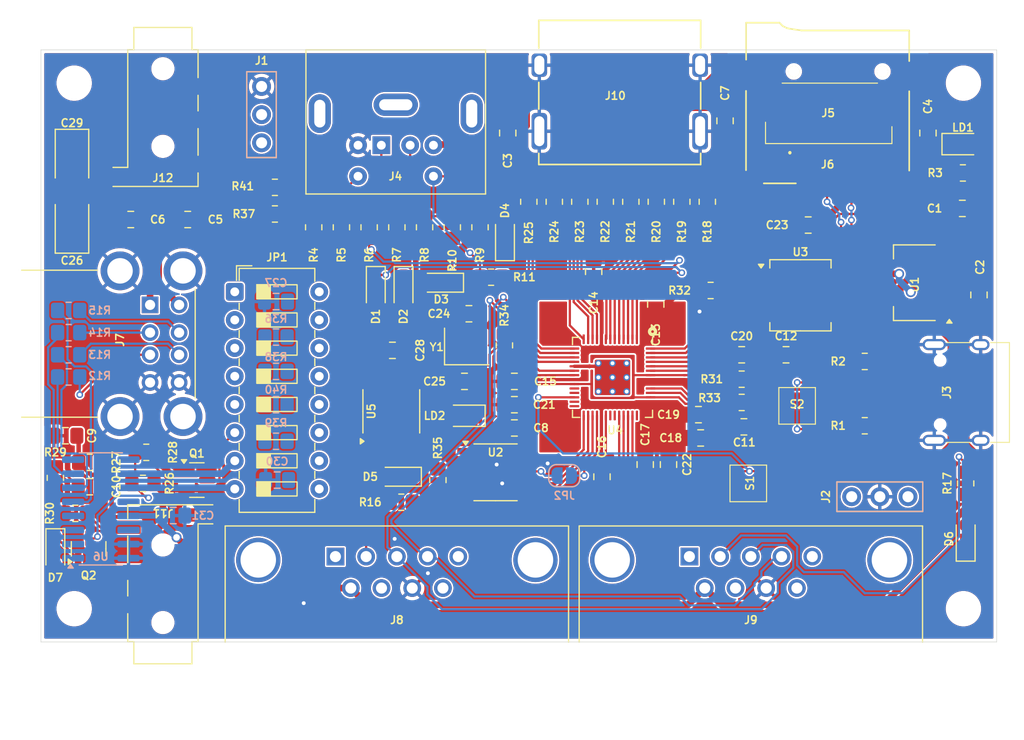
<source format=kicad_pcb>
(kicad_pcb (version 20241229) (generator "pcbnew") (generator_version "9.0")
  (title_block (title "TurboFRANK") (date "2025-03-19") (rev "1.04") (company "Mikhail Matveev") (comment 1 "https://github.com/xtremespb/frank"))
  (layers (0 "F.Cu" signal) (2 "B.Cu" signal) (13 "F.Paste" user) (15 "B.Paste" user) (5 "F.SilkS" user "F.Silkscreen") (7 "B.SilkS" user "B.Silkscreen") (1 "F.Mask" user) (3 "B.Mask" user) (25 "Edge.Cuts" user))
  (net 0 "")
  (net 1 "GND")
  (net 2 "VBUS")
  (net 3 "+3V3")
  (net 4 "/Audio/L")
  (net 5 "/Audio/R")
  (net 6 "Net-(C10-Pad1)")
  (net 7 "Net-(C10-Pad2)")
  (net 8 "Net-(C24-Pad1)")
  (net 9 "/RP2040/XIN")
  (net 10 "Net-(C29-Pad1)")
  (net 11 "/RP2040/QSPI_SD0")
  (net 12 "/RP2040/QSPI_SD1")
  (net 13 "/GPIO28")
  (net 14 "/RP2040/QSPI_SS")
  (net 15 "/RP2040/QSPI_SCLK")
  (net 16 "/RP2040/QSPI_SD3")
  (net 17 "/RP2040/QSPI_SD2")
  (net 18 "/OUT_L")
  (net 19 "/OUT_R")
  (net 20 "/PW_DM")
  (net 21 "/UH_DP_IN")
  (net 22 "/PW_DP")
  (net 23 "/OUT_B")
  (net 24 "/GPIO0")
  (net 25 "/GPIO1")
  (net 26 "/MS_DATA_3V")
  (net 27 "/MS_CLK_3V")
  (net 28 "/GP1_DATA")
  (net 29 "/GP2_DATA")
  (net 30 "Net-(D7-K)")
  (net 31 "Net-(D7-A)")
  (net 32 "/UH_DM_IN")
  (net 33 "/MS_CLK")
  (net 34 "/KB_DATA")
  (net 35 "/MS_DATA")
  (net 36 "/KB_CLK")
  (net 37 "/Micro SD/DAT2")
  (net 38 "/GPIO4")
  (net 39 "/Micro SD/DAT1")
  (net 40 "/Micro SD/POL")
  (net 41 "/GPIO5")
  (net 42 "/GPIO2")
  (net 43 "/Micro SD/DET")
  (net 44 "/GPIO3")
  (net 45 "/GPIO14")
  (net 46 "/GPIO15")
  (net 51 "Net-(J9-Pad2)")
  (net 52 "/RP2040/~{USB_BOOT}")
  (net 53 "/RP2040/XOUT")
  (net 54 "/RP2040/GPIO25")
  (net 55 "/GPIO29")
  (net 56 "/GPIO23")
  (net 57 "/SWCLK")
  (net 58 "/GPIO24")
  (net 59 "/GPIO21")
  (net 60 "/SWD")
  (net 61 "/GPIO17")
  (net 62 "/GPIO13")
  (net 63 "/GPIO10")
  (net 64 "/GPIO8")
  (net 65 "/GPIO7")
  (net 66 "/GPIO11")
  (net 67 "/GPIO26")
  (net 68 "/GPIO18")
  (net 69 "Net-(U4-VREG_VOUT)")
  (net 70 "/GPIO9")
  (net 71 "/GPIO27")
  (net 72 "/GPIO20")
  (net 73 "/GPIO16")
  (net 74 "/GPIO19")
  (net 75 "/RUN")
  (net 76 "/GPIO6")
  (net 77 "/GPIO22")
  (net 78 "/GPIO12")
  (net 79 "Net-(U5-FLT)")
  (net 80 "Net-(J3-CC1)")
  (net 83 "Net-(J3-CC2)")
  (net 85 "Net-(J7-D2+)")
  (net 86 "Net-(J7-D1-)")
  (net 87 "Net-(J7-D2-)")
  (net 88 "Net-(J7-D1+)")
  (net 93 "Net-(J8-Pad2)")
  (net 94 "Net-(J10-D2N)")
  (net 95 "Net-(J10-D2P)")
  (net 96 "Net-(J10-D0N)")
  (net 97 "Net-(J10-D1P)")
  (net 101 "Net-(J10-D1N)")
  (net 102 "Net-(J10-CLKP)")
  (net 104 "Net-(J10-D0P)")
  (net 106 "Net-(J10-CLKN)")
  (net 108 "Net-(JP2-A)")
  (net 109 "Net-(LD2-A)")
  (net 110 "Net-(U4-USB_DP)")
  (net 111 "Net-(U4-USB_DM)")
  (net 113 "Net-(U6-VD3)")
  (net 114 "/TDA_L")
  (net 115 "/LOAD_IN_D")
  (net 116 "/TDA_R")
  (net 117 "Net-(LD1-A)")
  (net 118 "Net-(Q1-B)")
  (net 119 "/UH_DP1")
  (net 120 "/UH_DP2")
  (net 121 "/UH_DM1")
  (net 122 "/UH_DM2")
  (net 125 "/UH_DP3")
  (net 126 "/UH_DM3")
  (net 127 "/UH_DP4")
  (net 128 "/UH_DM4")
  (net 129 "Net-(C26-Pad1)")
  (footprint "FRANK:Capacitor (0805)" (layer "F.Cu") (at 170 60.8 180)
    (property "Reference" "C24")
    (property "Value" "15p")
  )
  (footprint "FRANK:QFN 56" (layer "F.Cu") (at 182.95 66.5375 -90)
    (property "Reference" "U4")
    (property "Value" "RP2040")
  )
  (footprint "FRANK:Diode (SOD-323)" (layer "F.Cu") (at 161.6 58.55 -90)
    (property "Reference" "D1")
    (property "Value" "3V3")
  )
  (footprint "FRANK:Capacitor (0805)" (layer "F.Cu") (at 216 59.1 -90)
    (property "Reference" "C2")
    (property "Value" "10u")
  )
  (footprint "FRANK:Capacitor (0805)" (layer "F.Cu") (at 174.1 69 180)
    (property "Reference" "C21")
    (property "Value" "1u")
  )
  (footprint "FRANK:Resistor (0805)" (layer "F.Cu") (at 132.7 75.6 -90)
    (property "Reference" "R29")
    (property "Value" "10K")
  )
  (footprint "FRANK:Capacitor (0805)" (layer "F.Cu") (at 193.1 43.4 -90)
    (property "Reference" "C7")
    (property "Value" "100n")
  )
  (footprint "FRANK:Capacitor (0805)" (layer "F.Cu") (at 194.6 64.5)
    (property "Reference" "C20")
    (property "Value" "100n")
  )
  (footprint "FRANK:Resistor (0805)" (layer "F.Cu") (at 194.6 66.7 180)
    (property "Reference" "R31")
    (property "Value" "27R")
  )
  (footprint "FRANK:Capacitor (0805)" (layer "F.Cu") (at 188 74.4 -90)
    (property "Reference" "C22")
    (property "Value" "1u")
  )
  (footprint "FRANK:Capacitor (0805)" (layer "F.Cu") (at 190.9 72)
    (property "Reference" "C18")
    (property "Value" "100n")
  )
  (footprint "FRANK:Capacitor (0805)" (layer "F.Cu") (at 163.1 64.1)
    (property "Reference" "C28")
    (property "Value" "10u")
  )
  (footprint "FRANK:Capacitor (0805)" (layer "F.Cu") (at 200.6 52.8 180)
    (property "Reference" "C23")
    (property "Value" "100n")
  )
  (footprint "FRANK:Resistor (0805)" (layer "F.Cu") (at 158.5 53 -90)
    (property "Reference" "R5")
    (property "Value" "100R")
  )
  (footprint "FRANK:Resistor (0805)" (layer "F.Cu") (at 152.5 51.8)
    (property "Reference" "R37")
    (property "Value" "330R")
  )
  (footprint "FRANK:Jack (3.5mm, PJ-320D)" (layer "F.Cu") (at 142.4 43.45 -90)
    (property "Reference" "J12")
    (property "Value" "PJ-320D" (hide yes))
  )
  (footprint "FRANK:Capacitor (0805)" (layer "F.Cu") (at 211.4 44.5 90)
    (property "Reference" "C4")
    (property "Value" "100n")
  )
  (footprint "FRANK:MicroSD (SMD, long)" (layer "F.Cu") (at 202.35 50.25)
    (property "Reference" "J6")
    (property "Value" "104031-0811")
  )
  (footprint "FRANK:SO-8" (layer "F.Cu") (at 172.4 75.1)
    (property "Reference" "U2")
    (property "Value" "ESP-PSRAM32")
  )
  (footprint "FRANK:Resistor (0805)" (layer "F.Cu") (at 134.5 78.8 180)
    (property "Reference" "R30")
    (property "Value" "100R")
  )
  (footprint "FRANK:Resistor (0805)" (layer "F.Cu") (at 140.6 76.1 180)
    (property "Reference" "R26")
    (property "Value" "10K")
  )
  (footprint "FRANK:Resistor (0805)" (layer "F.Cu") (at 171 53 90)
    (property "Reference" "R9")
    (property "Value" "1K")
  )
  (footprint "FRANK:Resistor (0805)" (layer "F.Cu") (at 205.7 65.1)
    (property "Reference" "R2")
    (property "Value" "5.1K")
  )
  (footprint "FRANK:SOT-23" (layer "F.Cu") (at 135.7 82 90)
    (property "Reference" "Q2")
    (property "Value" "BC850")
  )
  (footprint "FRANK:D-SUB (9 pin, male, top mount)" (layer "F.Cu") (at 189.885 82.7)
    (property "Reference" "J9")
    (property "Value" "D-SUB 9 Male")
  )
  (footprint "FRANK:Capacitor (0805)" (layer "F.Cu") (at 174.1 66.9 180)
    (property "Reference" "C15")
    (property "Value" "100n")
  )
  (footprint "FRANK:Mounting Hole (2.7mm)" (layer "F.Cu") (at 134.4 87.4)
    (property "Reference" "H4" (hide yes))
    (property "Value" "Hole 2.7mm")
  )
  (footprint "FRANK:Resistor (0805)" (layer "F.Cu") (at 135.8 74.2)
    (property "Reference" "R27")
    (property "Value" "1K")
  )
  (footprint "FRANK:USB Type A (stacked)" (layer "F.Cu") (at 141.242316 59.999998)
    (property "Reference" "J7")
    (property "Value" "SS-52100-004")
  )
  (footprint "FRANK:Resistor (0805)" (layer "F.Cu") (at 163.5 53 90)
    (property "Reference" "R7")
    (property "Value" "1K")
  )
  (footprint "FRANK:SOT-223" (layer "F.Cu") (at 210.2 58 180)
    (property "Reference" "U1")
    (property "Value" "NCP1117 3.3")
  )
  (footprint "FRANK:SOIC-8" (layer "F.Cu") (at 199.9 59.135)
    (property "Reference" "U3")
    (property "Value" "W25Q128JVSIQ")
  )
  (footprint "FRANK:Resistor (0805)" (layer "F.Cu") (at 214.8 76.1 90)
    (property "Reference" "R17")
    (property "Value" "1K")
  )
  (footprint "FRANK:Resistor (0805)" (layer "F.Cu") (at 180 50.7 -90)
    (property "Reference" "R23")
    (property "Value" "270R")
  )
  (footprint "FRANK:Resistor (0805)" (layer "F.Cu") (at 186.9 50.7 -90)
    (property "Reference" "R20")
    (property "Value" "270R")
  )
  (footprint "FRANK:Button (SMD, 3x3mm, 1-1)" (layer "F.Cu") (at 197.95 70.755 90)
    (property "Reference" "S2")
    (property "Value" "TS-1233" (hide yes))
  )
  (footprint "FRANK:Capacitor (0805)" (layer "F.Cu") (at 174.1 71.1 180)
    (property "Reference" "C8")
    (property "Value" "100n")
  )
  (footprint "FRANK:Diode (SOD-323)" (layer "F.Cu") (at 163.7 75.5 180)
    (property "Reference" "D5")
    (property "Value" "3V3")
  )
  (footprint "FRANK:Button (SMD, 3x3mm, 1-1)" (layer "F.Cu") (at 193.545 74.45)
    (property "Reference" "S1")
    (property "Value" "TS-1233" (hide yes))
  )
  (footprint "FRANK:Resistor (0805)" (layer "F.Cu") (at 168.5 53 -90)
    (property "Reference" "R10")
    (property "Value" "100R")
  )
  (footprint "FRANK:Capacitor (3528, tantalum, polar)" (layer "F.Cu") (at 134.2 52.7 90)
    (property "Reference" "C26")
    (property "Value" "10u")
  )
  (footprint "FRANK:Capacitor (0805)" (layer "F.Cu") (at 181.25 57 90)
    (property "Reference" "C14")
    (property "Value" "100n")
  )
  (footprint "FRANK:Capacitor (0805)" (layer "F.Cu") (at 194.8 71)
    (property "Reference" "C11")
    (property "Value" "100n")
  )
  (footprint "FRANK:Capacitor (0805)" (layer "F.Cu") (at 139.5 52.3 180)
    (property "Reference" "C6")
    (property "Value" "10u")
  )
  (footprint "FRANK:Resistor (0805)" (layer "F.Cu") (at 156 53 90)
    (property "Reference" "R4")
    (property "Value" "1K")
  )
  (footprint "FRANK:Resistor (0805)" (layer "F.Cu") (at 177.7 50.7 -90)
    (property "Reference" "R24")
    (property "Value" "270R")
  )
  (footprint "FRANK:HDMI (female)" (layer "F.Cu") (at 183.6 44.3375 180)
    (property "Reference" "J10")
    (property "Value" "DC3RX19JA2")
  )
  (footprint "FRANK:Resistor (0805)" (layer "F.Cu") (at 173.2 63.65 90)
    (property "Reference" "R34")
    (property "Value" "1K")
  )
  (footprint "FRANK:Resistor (0805)" (layer "F.Cu") (at 184.6 50.7 -90)
    (property "Reference" "R21")
    (property "Value" "270R")
  )
  (footprint "FRANK:Capacitor (0805)" (layer "F.Cu") (at 173.5 44.5 90)
    (property "Reference" "C3")
    (property "Value" "100n")
  )
  (footprint "FRANK:Resistor (0805)" (layer "F.Cu") (at 140.9 73.3)
    (property "Reference" "R28")
    (property "Value" "10K")
  )
  (footprint "FRANK:Capacitor (0805)" (layer "F.Cu") (at 144.6375 52.3)
    (property "Reference" "C5")
    (property "Value" "10u")
  )
  (footprint "FRANK:Resistor (0805)" (layer "F.Cu") (at 191.5 50.7 -90)
    (property "Reference" "R18")
    (property "Value" "270R")
  )
  (footprint "FRANK:Resistor (0805)" (layer "F.Cu") (at 191.8 58.7 180)
    (property "Reference" "R32")
    (property "Value" "1K")
  )
  (footprint "FRANK:Diode (SOD-323)" (layer "F.Cu") (at 173.25 54 90)
    (property "Reference" "D4")
    (property "Value" "3V3")
  )
  (footprint "FRANK:Capacitor (0805)" (layer "F.Cu") (at 169.6 66.9)
    (property "Reference" "C25")
    (property "Value" "15p")
  )
  (footprint "FRANK:Pin Header (1x03)" (layer "F.Cu") (at 151.3 40.3)
    (property "Reference" "J1")
    (property "Value" "UART")
  )
  (footprint "FRANK:Diode (SOD-323)" (layer "F.Cu") (at 164.1 58.55 -90)
    (property "Reference" "D2")
    (property "Value" "3V3")
  )
  (footprint "FRANK:USB Type C" (layer "F.Cu") (at 218.75 67.9 90)
    (property "Reference" "J3")
    (property "Value" "USB4215")
  )
  (footprint "FRANK:Resistor (0805)" (layer "F.Cu") (at 163.9 77.8 180)
    (property "Reference" "R16")
    (property "Value" "1K")
  )
  (footprint "FRANK:Capacitor (0805)" (layer "F.Cu") (at 182 75.5 -90)
    (property "Reference" "C16")
    (property "Value" "100n")
  )
  (footprint "FRANK:Resistor (0805)" (layer "F.Cu") (at 167.2 75.8 -90)
    (property "Reference" "R35")
    (property "Value" "1K")
  )
  (footprint "FRANK:LED (0805)" (layer "F.Cu") (at 214.525 45.5)
    (property "Reference" "LD1")
    (property "Value" "Green")
  )
  (footprint "FRANK:Capacitor (3528, tantalum, polar)" (layer "F.Cu") (at 134.2 46.8 -90)
    (property "Reference" "C29")
    (property "Value" "10u")
  )
  (footprint "FRANK:SOT-23" (layer "F.Cu") (at 145.4625 75.8)
    (property "Reference" "Q1")
    (property "Value" "BC850")
  )
  (footprint "FRANK:Capacitor (0805)" (layer "F.Cu") (at 135.8 76.4 180)
    (property "Reference" "C10")
    (property "Value" "100n")
  )
  (footprint "FRANK:Resistor (0805)" (layer "F.Cu") (at 182.3 50.7 -90)
    (property "Reference" "R22")
    (property "Value" "270R")
  )
  (footprint "FRANK:Capacitor (0805)" (layer "F.Cu") (at 186.85 59.95 90)
    (property "Reference" "C13")
    (property "Value" "100n")
  )
  (footprint "FRANK:Resistor (0805)" (layer "F.Cu") (at 189.2 50.7 -90)
    (property "Reference" "R19")
    (property "Value" "270R")
  )
  (footprint "FRANK:Resistor (0805)" (layer "F.Cu") (at 172 57.5)
    (property "Reference" "R11")
    (property "Value" "100R")
  )
  (footprint "FRANK:DIP Switch (8x8)" (layer "F.Cu") (at 148.88 58.82)
    (property "Reference" "JP1")
    (property "Value" "Main Jumpers" (hide yes))
  )
  (footprint "FRANK:Mounting Hole (2.7mm)" (layer "F.Cu") (at 214.6 87.4)
    (property "Reference" "H2" (hide yes))
    (property "Value" "Hole 2.7mm")
  )
  (footprint "FRANK:Mounting Hole (2.7mm)" (layer "F.Cu") (at 214.6 40)
    (property "Reference" "H1" (hide yes))
    (property "Value" "Hole 2.7mm")
  )
  (footprint "FRANK:Resistor (0805)" (layer "F.Cu") (at 205.7 70.9)
    (property "Reference" "R1")
    (property "Value" "5.1K")
  )
  (footprint "FRANK:Pin Header (1x03)" (layer "F.Cu") (at 204.52 77.3 90)
    (property "Reference" "J2")
    (property "Value" "Power")
  )
  (footprint "FRANK:Resistor (0805)" (layer "F.Cu") (at 161 53 -90)
    (property "Reference" "R6")
    (property "Value" "100R")
  )
  (footprint "FRANK:Resistor (0805)" (layer "F.Cu") (at 175.4 50.7 -90)
    (property "Reference" "R25")
    (property "Value" "270R")
  )
  (footprint "FRANK:Mounting Hole (2.7mm)" (layer "F.Cu") (at 134.4 40)
    (property "Reference" "H3" (hide yes))
    (property "Value" "Hole 2.7mm")
  )
  (footprint "FRANK:MiniDIN (6 Pin, female)" (layer "F.Cu") (at 162.1 45.6 180)
    (property "Reference" "J4")
    (property "Value" "MDC-036")
  )
  (footprint "FRANK:Resistor (0805)" (layer "F.Cu") (at 194.6 68.8 180)
    (property "Reference" "R33")
    (property "Value" "27R")
  )
  (footprint "FRANK:Diode (SOD-323)" (layer "F.Cu") (at 167.5 58 180)
    (property "Reference" "D3")
    (property "Value" "3V3")
  )
  (footprint "FRANK:Crystal (3225)" (layer "F.Cu") (at 169.8 63.75)
    (property "Reference" "Y1")
    (property "Value" "12 MHz")
  )
  (footprint "FRANK:Capacitor (0805)" (layer "F.Cu") (at 185.9 74.4 -90)
    (property "Reference" "C17")
    (property "Value" "100n")
  )
  (footprint "FRANK:Capacitor (0805)" (layer "F.Cu") (at 214.5 51.3 180)
    (property "Reference" "C1")
    (property "Value" "10u")
  )
  (footprint "FRANK:Resistor (0805)" (layer "F.Cu") (at 214.55 48.1 180)
    (property "Reference" "R3")
    (property "Value" "1K")
  )
  (footprint "FRANK:Capacitor (0805)" (layer "F.Cu") (at 133.6 71.8 180)
    (property "Reference" "C9")
    (property "Value" "100n")
  )
  (footprint "FRANK:MicroSD (SMD, short)" (layer "F.Cu") (at 202.45 42.7 180)
    (property "Reference" "J5")
    (property "Value" "0475710001" (hide yes))
  )
  (footprint "FRANK:D-SUB (9 pin, male, top mount)" (layer "F.Cu") (at 157.96 82.7)
    (property "Reference" "J8")
    (property "Value" "D-SUB 9 Male")
  )
  (footprint "FRANK:Resistor (0805)" (layer "F.Cu") (at 166 53 90)
    (property "Reference" "R8")
    (property "Value" "1K")
  )
  (footprint "FRANK:Capacitor (0805)" (layer "F.Cu") (at 190.7 69.9)
    (property "Reference" "C19")
    (property "Value" "100n")
  )
  (footprint "FRANK:Capacitor (0805)" (layer "F.Cu") (at 198.6 64.5)
    (property "Reference" "C12")
    (property "Value" "100n")
  )
  (footprint "FRANK:Diode (SOD-323)" (layer "F.Cu") (at 214.8 81.1 90)
    (property "Reference" "D6")
    (property "Value" "3V3")
  )
  (footprint "FRANK:Jack (3.5mm, PJ-320D)" (layer "F.Cu") (at 142.4 83.9 90)
    (property "Reference" "J11")
    (property "Value" "PJ-320D" (hide yes))
  )
  (footprint "FRANK:LED (0805)" (layer "F.Cu") (at 169.6 70 180)
    (property "Reference" "LD2")
    (property "Value" "Blue")
  )
  (footprint "FRANK:Diode (SOD-323)" (layer "F.Cu") (at 132.7 82.2 -90)
    (property "Reference" "D7")
    (property "Value" "1N4148")
  )
  (footprint "FRANK:Resistor (0805)" (layer "F.Cu") (at 152.5 49.4)
    (property "Reference" "R41")
    (property "Value" "330R")
  )
  (footprint "FRANK:SO-8" (layer "F.Cu") (at 163 69.6 90)
    (property "Reference" "U5")
    (property "Value" "TDA1387T")
  )
  (footprint "FRANK:Resistor (0805)" (layer "B.Cu") (at 133.9 62.5)
    (property "Reference" "R14")
    (property "Value" "22R")
  )
  (footprint "FRANK:Resistor (0805)" (layer "B.Cu") (at 152.6 72.3 180)
    (property "Reference" "R39")
    (property "Value" "2K")
  )
  (footprint "FRANK:Resistor (0805)" (layer "B.Cu") (at 152.6 66)
    (property "Reference" "R40")
    (property "Value" "1K")
  )
  (footprint "FRANK:Resistor (0805)" (layer "B.Cu") (at 133.9 60.5)
    (property "Reference" "R15")
    (property "Value" "22R")
  )
  (footprint "FRANK:Resistor (0805)" (layer "B.Cu") (at 133.9 66.5)
    (property "Reference" "R12")
    (property "Value" "22R")
  )
  (footprint "FRANK:Capacitor (0805)" (layer "B.Cu") (at 143.3375 79)
    (property "Reference" "C31")
    (property "Value" "4.7u")
  )
  (footprint "FRANK:SOP-16" (layer "B.Cu") (at 136.8 78.4)
    (property "Reference" "U6")
    (property "Value" "MW7211A")
  )
  (footprint "FRANK:Resistor (0805)" (layer "B.Cu") (at 133.9 64.5)
    (property "Reference" "R13")
    (property "Value" "22R")
  )
  (footprint "FRANK:Resistor (0805)" (layer "B.Cu") (at 152.6 62.9 180)
    (property "Reference" "R36")
    (property "Value" "1K")
  )
  (footprint "FRANK:Resistor (0805)" (layer "B.Cu") (at 152.6 69 180)
    (property "Reference" "R38")
    (property "Value" "2K")
  )
  (footprint "FRANK:Capacitor (0805)" (layer "B.Cu") (at 152.6 59.7 180)
    (property "Reference" "C27")
    (property "Value" "10n")
  )
  (footprint "FRANK:Capacitor (0805)" (layer "B.Cu") (at 152.7 75.8 180)
    (property "Reference" "C30")
    (property "Value" "10n")
  )
  (footprint "FRANK:Jumper (solder)" (layer "B.Cu") (at 178.6 75.4)
    (property "Reference" "JP2")
    (property "Value" "Jumper (Solder)")
  )
  (gr_line (start 217.6 90.4) (end 131.4 90.4) (stroke (width 0.05)) (layer "Edge.Cuts"))
  (gr_line (start 217.6 37) (end 131.4 37) (stroke (width 0.05)) (layer "Edge.Cuts"))
  (gr_line (start 217.6 37) (end 217.6 90.4) (stroke (width 0.05)) (layer "Edge.Cuts"))
  (gr_line (start 131.4 37) (end 131.4 90.4) (stroke (width 0.05)) (layer "Edge.Cuts"))
  (segment (start 181.4 65.5375) (end 181.675 65.2625) (width 0.3) (layer "F.Cu") (net 1))
  (segment (start 179.5125 65.5375) (end 181.4 65.5375) (width 0.3) (layer "F.Cu") (net 1))
  (via (at 173 76.1) (size 0.6) (drill 0.35) (layers "F.Cu" "B.Cu") (net 1))
  (via (at 177.1 74.3) (size 0.6) (drill 0.35) (layers "F.Cu" "B.Cu") (net 1))
  (via (at 190.8 60.6) (size 0.6) (drill 0.35) (layers "F.Cu" "B.Cu") (net 1))
  (via (at 155.1 86.9) (size 0.6) (drill 0.35) (layers "F.Cu" "B.Cu") (net 1))
  (via (at 166.3 84.2) (size 0.6) (drill 0.35) (layers "F.Cu" "B.Cu") (net 1))
  (via (at 172.5 74.4) (size 0.6) (drill 0.35) (layers "F.Cu" "B.Cu") (net 1))
  (via (at 163.3 81.1) (size 0.6) (drill 0.35) (layers "F.Cu" "B.Cu") (net 1))
  (segment (start 212.6 73.484917) (end 212.6 78.493048) (width 0.6) (layer "F.Cu") (net 2))
  (segment (start 197.901 37.699) (end 193.711286 37.699) (width 0.6) (layer "F.Cu") (net 2))
  (segment (start 211.055 70.35) (end 211.913281 70.35) (width 0.3) (layer "F.Cu") (net 2))
  (segment (start 216.172292 44.349) (end 215.749 44.349) (width 0.6) (layer "F.Cu") (net 2))
  (segment (start 148.200603 85.54) (end 143.630301 80.969698) (width 0.6) (layer "F.Cu") (net 2))
  (segment (start 211.913281 70.35) (end 212.199281 70.064) (width 0.3) (layer "F.Cu") (net 2))
  (segment (start 208.9 62.2) (end 212.484917 62.2) (width 0.6) (layer "F.Cu") (net 2))
  (segment (start 191.27 85.54) (end 189.759 87.051) (width 0.6) (layer "F.Cu") (net 2))
  (segment (start 211.585786 55.7) (end 208.9 58.385786) (width 0.6) (layer "F.Cu") (net 2))
  (segment (start 212.6 78.493048) (end 213.099 78.992048) (width 0.6) (layer "F.Cu") (net 2))
  (segment (start 212.199281 70.064) (end 212.736 70.064) (width 0.3) (layer "F.Cu") (net 2))
  (segment (start 213.471 72.613917) (end 212.6 73.484917) (width 0.6) (layer "F.Cu") (net 2))
  (segment (start 142.011316 58.148998) (end 143.862316 59.999998) (width 0.6) (layer "F.Cu") (net 2))
  (segment (start 212.836 65.736) (end 212.199281 65.736) (width 0.3) (layer "F.Cu") (net 2))
  (segment (start 192.781 87.051) (end 191.27 85.54) (width 0.6) (layer "F.Cu") (net 2))
  (segment (start 142.011316 53.888684) (end 142.011316 58.148998) (width 0.6) (layer "F.Cu") (net 2))
  (segment (start 208.9 62.2) (end 208.9 65) (width 0.6) (layer "F.Cu") (net 2))
  (segment (start 211.151 39.751) (end 211.151 37.799) (width 0.6) (layer "F.Cu") (net 2))
  (segment (start 197.901 37.699) (end 195.651 39.949) (width 0.6) (layer "F.Cu") (net 2))
  (segment (start 213.35 55.7) (end 213.35 55.45) (width 0.6) (layer "F.Cu") (net 2))
  (segment (start 173.5 45.5375) (end 166.8625 45.5375) (width 0.6) (layer "F.Cu") (net 2))
  (segment (start 160.856 87.051) (end 159.345 85.54) (width 0.6) (layer "F.Cu") (net 2))
  (segment (start 187.6 45.0975) (end 187.6 43.4975) (width 0.3) (layer "F.Cu") (net 2))
  (segment (start 211.051 37.699) (end 197.901 37.699) (width 0.6) (layer "F.Cu") (net 2))
  (segment (start 175.2 43.8375) (end 173.5 45.5375) (width 0.6) (layer "F.Cu") (net 2))
  (segment (start 164.905 67.025) (end 165.204999 66.725001) (width 0.5) (layer "F.Cu") (net 2))
  (segment (start 187.6 43.4975) (end 188.735 42.3625) (width 0.3) (layer "F.Cu") (net 2))
  (segment (start 166 54) (end 163.5 54) (width 0.6) (layer "F.Cu") (net 2))
  (segment (start 191.210286 40.2) (end 175.2 40.2) (width 0.6) (layer "F.Cu") (net 2))
  (segment (start 213.6 69.2) (end 213.6 66.5) (width 0.3) (layer "F.Cu") (net 2))
  (segment (start 156.951 53.049) (end 162.549 53.049) (width 0.4) (layer "F.Cu") (net 2))
  (segment (start 213.099 81.301) (end 207.349 87.051) (width 0.6) (layer "F.Cu") (net 2))
  (segment (start 166 54) (end 166.951 53.049) (width 0.4) (layer "F.Cu") (net 2))
  (segment (start 213.099 78.992048) (end 213.099 81.301) (width 0.6) (layer "F.Cu") (net 2))
  (segment (start 162.549 53.049) (end 163.5 54) (width 0.4) (layer "F.Cu") (net 2))
  (segment (start 195.651 39.949) (end 195.651 40.801) (width 0.6) (layer "F.Cu") (net 2))
  (segment (start 166.8625 45.5375) (end 166.8 45.6) (width 0.6) (layer "F.Cu") (net 2))
  (segment (start 188.735 42.3625) (end 193.1 42.3625) (width 0.3) (layer "F.Cu") (net 2))
  (segment (start 213.35 55.7) (end 211.585786 55.7) (width 0.6) (layer "F.Cu") (net 2))
  (segment (start 216.601 44.777708) (end 216.172292 44.349) (width 0.6) (layer "F.Cu") (net 2))
  (segment (start 193.711286 37.699) (end 191.210286 40.2) (width 0.6) (layer "F.Cu") (net 2))
  (segment (start 211.913281 65.45) (end 211.055 65.45) (width 0.3) (layer "F.Cu") (net 2))
  (segment (start 143.6 52.3) (end 140.5375 52.3) (width 0.6) (layer "F.Cu") (net 2))
  (segment (start 215.6375 53.1625) (end 215.6375 51.3) (width 0.6) (layer "F.Cu") (net 2))
  (segment (start 195.651 40.801) (end 194.0895 42.3625) (width 0.6) (layer "F.Cu") (net 2))
  (segment (start 172.151 52.849) (end 171 54) (width 0.6) (layer "F.Cu") (net 2))
  (segment (start 209.35 65.45) (end 211.055 65.45) (width 0.6) (layer "F.Cu") (net 2))
  (segment (start 175.2 40.2) (end 175.2 43.8375) (width 0.6) (layer "F.Cu") (net 2))
  (segment (start 145.3 54) (end 143.6 52.3) (width 0.6) (layer "F.Cu") (net 2))
  (segment (start 212.736 70.064) (end 213.6 69.2) (width 0.3) (layer "F.Cu") (net 2))
  (segment (start 189.759 87.051) (end 160.856 87.051) (width 0.6) (layer "F.Cu") (net 2))
  (segment (start 215.5375 51.3) (end 216.601 50.2365) (width 0.6) (layer "F.Cu") (net 2))
  (segment (start 166.951 53.049) (end 170.049 53.049) (width 0.4) (layer "F.Cu") (net 2))
  (segment (start 207.349 87.051) (end 192.781 87.051) (width 0.6) (layer "F.Cu") (net 2))
  (segment (start 213.35 55.45) (end 215.6375 53.1625) (width 0.6) (layer "F.Cu") (net 2))
  (segment (start 212.199281 65.736) (end 211.913281 65.45) (width 0.3) (layer "F.Cu") (net 2))
  (segment (start 165.204999 54.795001) (end 166 54) (width 0.5) (layer "F.Cu") (net 2))
  (segment (start 212.484917 62.2) (end 213.471 63.186083) (width 0.6) (layer "F.Cu") (net 2))
  (segment (start 172.151 46.8865) (end 172.151 52.849) (width 0.6) (layer "F.Cu") (net 2))
  (segment (start 194.0895 42.3625) (end 193.1 42.3625) (width 0.6) (layer "F.Cu") (net 2))
  (segment (start 215.749 44.349) (end 211.151 39.751) (width 0.6) (layer "F.Cu") (net 2))
  (segment (start 156 54) (end 156.951 53.049) (width 0.4) (layer "F.Cu") (net 2))
  (segment (start 170.049 53.049) (end 171 54) (width 0.4) (layer "F.Cu") (net 2))
  (segment (start 143.6 52.3) (end 142.011316 53.888684) (width 0.6) (layer "F.Cu") (net 2))
  (segment (start 140.5375 52.3) (end 141.242316 53.004816) (width 0.6) (layer "F.Cu") (net 2))
  (segment (start 213.6 66.5) (end 212.836 65.736) (width 0.3) (layer "F.Cu") (net 2))
  (segment (start 216.601 50.2365) (end 216.601 44.777708) (width 0.6) (layer "F.Cu") (net 2))
  (segment (start 208.9 65) (end 209.35 65.45) (width 0.6) (layer "F.Cu") (net 2))
  (segment (start 159.345 85.54) (end 148.200603 85.54) (width 0.6) (layer "F.Cu") (net 2))
  (segment (start 173.5 45.5375) (end 172.151 46.8865) (width 0.6) (layer "F.Cu") (net 2))
  (segment (start 165.204999 66.725001) (end 165.204999 54.795001) (width 0.5) (layer "F.Cu") (net 2))
  (segment (start 208.9 58.385786) (end 208.9 62.2) (width 0.6) (layer "F.Cu") (net 2))
  (segment (start 211.151 37.799) (end 211.051 37.699) (width 0.6) (layer "F.Cu") (net 2))
  (segment (start 156 54) (end 145.3 54) (width 0.6) (layer "F.Cu") (net 2))
  (segment (start 141.242316 53.004816) (end 141.242316 59.999998) (width 0.6) (layer "F.Cu") (net 2))
  (segment (start 213.471 63.186083) (end 213.471 72.613917) (width 0.6) (layer "F.Cu") (net 2))
  (via (at 143.630301 80.969698) (size 0.9) (drill 0.6) (layers "F.Cu" "B.Cu") (net 2))
  (segment (start 142.265 79.035) (end 142.3 79) (width 0.5) (layer "B.Cu") (net 2))
  (segment (start 142.3 79.639397) (end 142.3 79) (width 0.6) (layer "B.Cu") (net 2))
  (segment (start 139.3 79.035) (end 142.265 79.035) (width 0.5) (layer "B.Cu") (net 2))
  (segment (start 143.630301 80.969698) (end 142.3 79.639397) (width 0.6) (layer "B.Cu") (net 2))
  (segment (start 142.4 79.739397) (end 141.049 81.090397) (width 0.6) (layer "F.Cu") (net 3))
  (segment (start 137.776 78.584516) (end 137.791484 78.6) (width 0.4) (layer "F.Cu") (net 3))
  (segment (start 203.4 51.0375) (end 201.6375 52.8) (width 0.6) (layer "F.Cu") (net 3))
  (segment (start 207.85 57.2) (end 208.8 57.2) (width 0.6) (layer "F.Cu") (net 3))
  (segment (start 215.346584 78.351708) (end 215.951 77.747292) (width 0.6) (layer "F.Cu") (net 3))
  (segment (start 215.951 77.747292) (end 215.951 73.665917) (width 0.6) (layer "F.Cu") (net 3))
  (segment (start 142.4 78.5) (end 142.4 79.739397) (width 0.6) (layer "F.Cu") (net 3))
  (segment (start 137.776 75.66913) (end 137.776 78.584516) (width 0.4) (layer "F.Cu") (net 3))
  (segment (start 214.85 72.564917) (end 214.85 63.504423) (width 0.6) (layer "F.Cu") (net 3))
  (segment (start 174.975 71.2625) (end 175.1375 71.1) (width 0.6) (layer "F.Cu") (net 3))
  (segment (start 137.791484 78.6) (end 142.3 78.6) (width 0.4) (layer "F.Cu") (net 3))
  (segment (start 197.598902 56.127) (end 198.701902 57.23) (width 0.6) (layer "F.Cu") (net 3))
  (segment (start 206.28 57.23) (end 207.05 58) (width 0.6) (layer "F.Cu") (net 3))
  (segment (start 215.9375 58) (end 216 58.0625) (width 0.6) (layer "F.Cu") (net 3))
  (segment (start 186.85 60.9875) (end 186.85 60.851708) (width 0.6) (layer "F.Cu") (net 3))
  (segment (start 174.975 73.195) (end 174.975 71.2625) (width 0.6) (layer "F.Cu") (net 3))
  (segment (start 203.4 48.359246) (end 203.4 49.45) (width 0.6) (layer "F.Cu") (net 3))
  (segment (start 202.2 44.04) (end 202.2 47.159246) (width 0.6) (layer "F.Cu") (net 3))
  (segment (start 147.939397 89.1) (end 206.362074 89.1) (width 0.6) (layer "F.Cu") (net 3))
  (segment (start 135.924 75.324) (end 137.43087 75.324) (width 0.4) (layer "F.Cu") (net 3))
  (segment (start 209.5375 41.6) (end 202.5 41.6) (width 0.6) (layer "F.Cu") (net 3))
  (segment (start 213.35 58) (end 210.7 58) (width 0.6) (layer "F.Cu") (net 3))
  (segment (start 207.05 58) (end 207.85 57.2) (width 0.6) (layer "F.Cu") (net 3))
  (segment (start 210.7 58) (end 209.85 58.85) (width 0.6) (layer "F.Cu") (net 3))
  (segment (start 191.574708 56.127) (end 197.598902 56.127) (width 0.6) (layer "F.Cu") (net 3))
  (segment (start 137.43087 75.324) (end 137.776 75.66913) (width 0.4) (layer "F.Cu") (net 3))
  (segment (start 141.6 76.1) (end 142.4 76.9) (width 0.6) (layer "F.Cu") (net 3))
  (segment (start 141.049 82.209603) (end 147.939397 89.1) (width 0.6) (layer "F.Cu") (net 3))
  (segment (start 213.35 58) (end 215.9375 58) (width 0.6) (layer "F.Cu") (net 3))
  (segment (start 214.824 63.478423) (end 214.824 59.2385) (width 0.6) (layer "F.Cu") (net 3))
  (segment (start 206.362074 89.1) (end 213.849 81.613074) (width 0.6) (layer "F.Cu") (net 3))
  (segment (start 142.4 76.9) (end 142.4 78.5) (width 0.6) (layer "F.Cu") (net 3))
  (segment (start 214.85 63.504423) (end 214.824 63.478423) (width 0.6) (layer "F.Cu") (net 3))
  (segment (start 211.4 43.4625) (end 209.5375 41.6) (width 0.6) (layer "F.Cu") (net 3))
  (segment (start 202.5 41.6) (end 202.2 41.9) (width 0.6) (layer "F.Cu") (net 3))
  (segment (start 214.8 78.351708) (end 215.346584 78.351708) (width 0.6) (layer "F.Cu") (net 3))
  (segment (start 202.2 41.9) (end 202.2 44.04) (width 0.6) (layer "F.Cu") (net 3))
  (segment (start 213.849 81.613074) (end 213.849 79.302708) (width 0.6) (layer "F.Cu") (net 3))
  (segment (start 141.049 81.090397) (end 141.049 82.209603) (width 0.6) (layer "F.Cu") (net 3))
  (segment (start 142.3 78.6) (end 142.4 78.5) (width 0.4) (layer "F.Cu") (net 3))
  (segment (start 213.849 79.302708) (end 214.8 78.351708) (width 0.6) (layer "F.Cu") (net 3))
  (segment (start 134.8 71.9625) (end 134.6375 71.8) (width 0.4) (layer "F.Cu") (net 3))
  (segment (start 214.824 59.2385) (end 216 58.0625) (width 0.6) (layer "F.Cu") (net 3))
  (segment (start 202.2 47.159246) (end 203.4 48.359246) (width 0.6) (layer "F.Cu") (net 3))
  (segment (start 198.701902 57.23) (end 203.4 57.23) (width 0.6) (layer "F.Cu") (net 3))
  (segment (start 186.85 60.851708) (end 191.574708 56.127) (width 0.6) (layer "F.Cu") (net 3))
  (segment (start 134.8 74.2) (end 134.8 71.9625) (width 0.4) (layer "F.Cu") (net 3))
  (segment (start 215.951 73.665917) (end 214.85 72.564917) (width 0.6) (layer "F.Cu") (net 3))
  (segment (start 203.4 49.45) (end 203.4 51.0375) (width 0.6) (layer "F.Cu") (net 3))
  (segment (start 134.8 74.2) (end 135.924 75.324) (width 0.4) (layer "F.Cu") (net 3))
  (segment (start 203.4 57.23) (end 206.28 57.23) (width 0.6) (layer "F.Cu") (net 3))
  (via (at 208.8 57.2) (size 0.9) (drill 0.6) (layers "F.Cu" "B.Cu") (net 3))
  (via (at 209.85 58.85) (size 0.9) (drill 0.6) (layers "F.Cu" "B.Cu") (net 3))
  (segment (start 208.8 57.8) (end 208.8 57.2) (width 0.6) (layer "B.Cu") (net 3))
  (segment (start 209.85 58.85) (end 208.8 57.8) (width 0.6) (layer "B.Cu") (net 3))
  (segment (start 139.325 51.075) (end 143.1 47.3) (width 0.2) (layer "F.Cu") (net 4))
  (segment (start 134.2 51.075) (end 139.325 51.075) (width 0.2) (layer "F.Cu") (net 4))
  (segment (start 143.1 47.3) (end 145.65 47.3) (width 0.2) (layer "F.Cu") (net 4))
  (segment (start 134.2 48.425) (end 139.325 43.3) (width 0.2) (layer "F.Cu") (net 5))
  (segment (start 139.325 43.3) (end 145.65 43.3) (width 0.2) (layer "F.Cu") (net 5))
  (segment (start 136.8375 77.4625) (end 135.5 78.8) (width 0.2) (layer "F.Cu") (net 6))
  (segment (start 136.8375 76.4) (end 136.8375 77.4625) (width 0.2) (layer "F.Cu") (net 6))
  (segment (start 136.75 80.05) (end 135.5 78.8) (width 0.2) (layer "F.Cu") (net 6))
  (segment (start 139.15 80.05) (end 136.75 80.05) (width 0.2) (layer "F.Cu") (net 6))
  (segment (start 132.9625 74.6) (end 134.7625 76.4) (width 0.2) (layer "F.Cu") (net 7))
  (segment (start 132.7 74.6) (end 132.9625 74.6) (width 0.2) (layer "F.Cu") (net 7))
  (segment (start 171.851 64.483552) (end 171.851 65.451) (width 0.2) (layer "F.Cu") (net 9))
  (segment (start 169.551 65.451) (end 168.7 64.6) (width 0.2) (layer "F.Cu") (net 9))
  (segment (start 179.5125 65.9375) (end 176.35 65.9375) (width 0.2) (layer "F.Cu") (net 9))
  (segment (start 176.35 65.9375) (end 174.2115 63.799) (width 0.2) (layer "F.Cu") (net 9))
  (segment (start 172.535552 63.799) (end 171.851 64.483552) (width 0.2) (layer "F.Cu") (net 9))
  (segment (start 174.2115 63.799) (end 172.535552 63.799) (width 0.2) (layer "F.Cu") (net 9))
  (segment (start 171.851 65.451) (end 169.551 65.451) (width 0.2) (layer "F.Cu") (net 9))
  (segment (start 186.3875 65.1375) (end 189.907278 65.1375) (width 0.2) (layer "F.Cu") (net 11))
  (segment (start 192.695778 62.349) (end 202.091 62.349) (width 0.2) (layer "F.Cu") (net 11))
  (segment (start 202.091 62.349) (end 203.4 61.04) (width 0.2) (layer "F.Cu") (net 11))
  (segment (start 189.907278 65.1375) (end 192.695778 62.349) (width 0.2) (layer "F.Cu") (net 11))
  (segment (start 194.476388 59.42) (end 194.48 59.42) (width 0.2) (layer "F.Cu") (net 12))
  (segment (start 186.3875 64.3375) (end 189.5625 64.3375) (width 0.2) (layer "F.Cu") (net 12))
  (segment (start 192.105026 61.794974) (end 192.105026 61.791362) (width 0.2) (layer "F.Cu") (net 12))
  (segment (start 189.5625 64.3375) (end 192.105026 61.794974) (width 0.2) (layer "F.Cu") (net 12))
  (segment (start 194.48 59.42) (end 195.4 58.5) (width 0.2) (layer "F.Cu") (net 12))
  (segment (start 192.105026 61.791362) (end 194.476388 59.42) (width 0.2) (layer "F.Cu") (net 12))
  (segment (start 195.4 58.5) (end 196.4 58.5) (width 0.2) (layer "F.Cu") (net 12))
  (segment (start 184.75 69.975) (end 184.75 74.71) (width 0.2) (layer "F.Cu") (net 13))
  (segment (start 189.4625 63.9375) (end 195.199 58.201) (width 0.2) (layer "F.Cu") (net 14))
  (segment (start 195.199 57.481001) (end 195.450001 57.23) (width 0.2) (layer "F.Cu") (net 14))
  (segment (start 195.450001 57.23) (end 196.4 57.23) (width 0.2) (layer "F.Cu") (net 14))
  (segment (start 192.8 58.7) (end 194.27 57.23) (width 0.2) (layer "F.Cu") (net 14))
  (segment (start 195.199 58.201) (end 195.199 57.481001) (width 0.2) (layer "F.Cu") (net 14))
  (segment (start 194.27 57.23) (end 196.4 57.23) (width 0.2) (layer "F.Cu") (net 14))
  (segment (start 186.3875 63.9375) (end 189.4625 63.9375) (width 0.2) (layer "F.Cu") (net 14))
  (segment (start 204.601 61.360256) (end 204.601 59.77) (width 0.2) (layer "F.Cu") (net 15))
  (segment (start 192.841166 62.7) (end 202.236388 62.7) (width 0.2) (layer "F.Cu") (net 15))
  (segment (start 190.003666 65.5375) (end 192.841166 62.7) (width 0.2) (layer "F.Cu") (net 15))
  (segment (start 204.601 59.77) (end 203.4 59.77) (width 0.2) (layer "F.Cu") (net 15))
  (segment (start 203.345388 61.591) (end 204.370256 61.591) (width 0.2) (layer "F.Cu") (net 15))
  (segment (start 202.236388 62.7) (end 203.345388 61.591) (width 0.2) (layer "F.Cu") (net 15))
  (segment (start 186.3875 65.5375) (end 190.003666 65.5375) (width 0.2) (layer "F.Cu") (net 15))
  (segment (start 204.370256 61.591) (end 204.601 61.360256) (width 0.2) (layer "F.Cu") (net 15))
  (segment (start 204.349999 58.5) (end 203.4 58.5) (width 0.2) (layer "F.Cu") (net 16))
  (segment (start 186.3875 65.9375) (end 190.100054 65.9375) (width 0.2) (layer "F.Cu") (net 16))
  (segment (start 190.100054 65.9375) (end 192.986554 63.051) (width 0.2) (layer "F.Cu") (net 16))
  (segment (start 204.952 61.505644) (end 204.952 59.624611) (width 0.2) (layer "F.Cu") (net 16))
  (segment (start 203.490776 61.942) (end 204.515644 61.942) (width 0.2) (layer "F.Cu") (net 16))
  (segment (start 204.952 59.624611) (end 204.951 59.623611) (width 0.2) (layer "F.Cu") (net 16))
  (segment (start 202.381776 63.051) (end 203.490776 61.942) (width 0.2) (layer "F.Cu") (net 16))
  (segment (start 192.986554 63.051) (end 202.381776 63.051) (width 0.2) (layer "F.Cu") (net 16))
  (segment (start 204.951 59.101001) (end 204.349999 58.5) (width 0.2) (layer "F.Cu") (net 16))
  (segment (start 204.515644 61.942) (end 204.952 61.505644) (width 0.2) (layer "F.Cu") (net 16))
  (segment (start 204.951 59.623611) (end 204.951 59.101001) (width 0.2) (layer "F.Cu") (net 16))
  (segment (start 192.456026 61.940362) (end 192.456026 61.93675) (width 0.2) (layer "F.Cu") (net 17))
  (segment (start 186.3875 64.7375) (end 189.658888 64.7375) (width 0.2) (layer "F.Cu") (net 17))
  (segment (start 189.658888 64.7375) (end 192.456026 61.940362) (width 0.2) (layer "F.Cu") (net 17))
  (segment (start 194.622776 59.77) (end 196.4 59.77) (width 0.2) (layer "F.Cu") (net 17))
  (segment (start 192.456026 61.93675) (end 194.622776 59.77) (width 0.2) (layer "F.Cu") (net 17))
  (segment (start 195.75 68.95) (end 208.859744 68.95) (width 0.6) (layer "F.Cu") (net 20))
  (segment (start 210.03 68.65) (end 209.854872 68.474872) (width 0.3) (layer "F.Cu") (net 20))
  (segment (start 211.055 68.65) (end 210.03 68.65) (width 0.3) (layer "F.Cu") (net 20))
  (segment (start 208.859744 68.95) (end 209.854872 67.954872) (width 0.6) (layer "F.Cu") (net 20))
  (segment (start 209.854872 68.474872) (end 209.854872 67.954872) (width 0.3) (layer "F.Cu") (net 20))
  (segment (start 211.055 67.65) (end 210.159744 67.65) (width 0.3) (layer "F.Cu") (net 20))
  (segment (start 210.159744 67.65) (end 209.854872 67.954872) (width 0.3) (layer "F.Cu") (net 20))
  (segment (start 195.6 68.8) (end 195.75 68.95) (width 0.6) (layer "F.Cu") (net 20))
  (segment (start 148.775 76.495) (end 148.88 76.6) (width 0.6) (layer "B.Cu") (net 21))
  (segment (start 139.3 76.495) (end 148.775 76.495) (width 0.6) (layer "B.Cu") (net 21))
  (segment (start 212.081 67.969) (end 211.9 68.15) (width 0.3) (layer "F.Cu") (net 22))
  (segment (start 208.54767 68.2) (end 209.223835 67.523835) (width 0.6) (layer "F.Cu") (net 22))
  (segment (start 195.6 66.7) (end 197.1 68.2) (width 0.6) (layer "F.Cu") (net 22))
  (segment (start 211.055 67.15) (end 212.032 67.15) (width 0.3) (layer "F.Cu") (net 22))
  (segment (start 209.59767 67.15) (end 209.223835 67.523835) (width 0.3) (layer "F.Cu") (net 22))
  (segment (start 209.223835 67.523835) (end 209.473835 67.273835) (width 0.6) (layer "F.Cu") (net 22))
  (segment (start 211.055 67.15) (end 209.59767 67.15) (width 0.3) (layer "F.Cu") (net 22))
  (segment (start 212.081 67.199) (end 212.081 67.969) (width 0.3) (layer "F.Cu") (net 22))
  (segment (start 212.032 67.15) (end 212.081 67.199) (width 0.3) (layer "F.Cu") (net 22))
  (segment (start 197.1 68.2) (end 208.54767 68.2) (width 0.6) (layer "F.Cu") (net 22))
  (segment (start 211.9 68.15) (end 211.055 68.15) (width 0.3) (layer "F.Cu") (net 22))
  (segment (start 186.199 57.101) (end 189.199 57.101) (width 0.2) (layer "F.Cu") (net 24))
  (segment (start 185.15 58.15) (end 186.199 57.101) (width 0.2) (layer "F.Cu") (net 24))
  (segment (start 189.199 57.101) (end 189.2 57.1) (width 0.2) (layer "F.Cu") (net 24))
  (segment (start 161.6 57.3) (end 162.5 57.3) (width 0.2) (layer "F.Cu") (net 24))
  (segment (start 185.15 63.1) (end 185.15 58.15) (width 0.2) (layer "F.Cu") (net 24))
  (via (at 189.2 57.1) (size 0.6) (drill 0.35) (layers "F.Cu" "B.Cu") (net 24))
  (via (at 162.5 57.3) (size 0.6) (drill 0.35) (layers "F.Cu" "B.Cu") (net 24))
  (segment (start 189.2 57.1) (end 188.688913 56.588913) (width 0.2) (layer "B.Cu") (net 24))
  (segment (start 163.211087 56.588913) (end 162.5 57.3) (width 0.2) (layer "B.Cu") (net 24))
  (segment (start 188.688913 56.588913) (end 163.211087 56.588913) (width 0.2) (layer "B.Cu") (net 24))
  (segment (start 184.75 63.1) (end 184.75 58.05) (width 0.2) (layer "F.Cu") (net 25))
  (segment (start 161 54.8) (end 161.2 55) (width 0.2) (layer "F.Cu") (net 25))
  (segment (start 188.99 56.01) (end 188.99 55.98) (width 0.2) (layer "F.Cu") (net 25))
  (segment (start 188.99 55.98) (end 188.9 56.07) (width 0.2) (layer "F.Cu") (net 25))
  (segment (start 186.049 56.751) (end 188.249 56.751) (width 0.2) (layer "F.Cu") (net 25))
  (segment (start 161 54) (end 161 54.8) (width 0.2) (layer "F.Cu") (net 25))
  (segment (start 188.249 56.751) (end 188.99 56.01) (width 0.2) (layer "F.Cu") (net 25))
  (segment (start 188.9 56.07) (end 188.9 56.2) (width 0.2) (layer "F.Cu") (net 25))
  (segment (start 184.75 58.05) (end 186.049 56.751) (width 0.2) (layer "F.Cu") (net 25))
  (via (at 161.2 55) (size 0.6) (drill 0.35) (layers "F.Cu" "B.Cu") (net 25))
  (via (at 188.99 55.98) (size 0.6) (drill 0.35) (layers "F.Cu" "B.Cu") (net 25))
  (segment (start 163.205025 56.1) (end 163.343938 56.238913) (width 0.2) (layer "B.Cu") (net 25))
  (segment (start 162.3 56.1) (end 163.205025 56.1) (width 0.2) (layer "B.Cu") (net 25))
  (segment (start 163.343938 56.238913) (end 188.731087 56.238913) (width 0.2) (layer "B.Cu") (net 25))
  (segment (start 188.731087 56.238913) (end 188.99 55.98) (width 0.2) (layer "B.Cu") (net 25))
  (segment (start 161.2 55) (end 162.3 56.1) (width 0.2) (layer "B.Cu") (net 25))
  (segment (start 168.5 57.75) (end 168.75 58) (width 0.2) (layer "F.Cu") (net 26))
  (segment (start 168.5 54) (end 168.5 57.75) (width 0.2) (layer "F.Cu") (net 26))
  (segment (start 132.2 77.1) (end 132.7 76.6) (width 0.2) (layer "F.Cu") (net 30))
  (segment (start 132.7 80.95) (end 132.2 80.45) (width 0.2) (layer "F.Cu") (net 30))
  (segment (start 134.75 82.9375) (end 132.7625 80.95) (width 0.2) (layer "F.Cu") (net 30))
  (segment (start 132.2 80.45) (end 132.2 77.1) (width 0.2) (layer "F.Cu") (net 30))
  (segment (start 132.7625 80.95) (end 132.7 80.95) (width 0.2) (layer "F.Cu") (net 30))
  (segment (start 135.7 81.0625) (end 136.3375 81.0625) (width 0.2) (layer "F.Cu") (net 31))
  (segment (start 135.7 83.757744) (end 135.7 81.0625) (width 0.2) (layer "F.Cu") (net 31))
  (segment (start 136.3375 81.0625) (end 136.5 80.9) (width 0.2) (layer "F.Cu") (net 31))
  (segment (start 139.6 76.1) (end 140.9 77.4) (width 0.2) (layer "F.Cu") (net 31))
  (segment (start 135.531744 83.926) (end 135.7 83.757744) (width 0.2) (layer "F.Cu") (net 31))
  (segment (start 139.9 75.8) (end 139.6 76.1) (width 0.2) (layer "F.Cu") (net 31))
  (segment (start 140.9 77.4) (end 141.1 77.4) (width 0.2) (layer "F.Cu") (net 31))
  (segment (start 133.176 83.926) (end 135.531744 83.926) (width 0.2) (layer "F.Cu") (net 31))
  (segment (start 132.7 83.45) (end 133.176 83.926) (width 0.2) (layer "F.Cu") (net 31))
  (segment (start 139.9 73.3) (end 139.9 75.8) (width 0.2) (layer "F.Cu") (net 31))
  (via (at 141.1 77.4) (size 0.6) (drill 0.35) (layers "F.Cu" "B.Cu") (net 31))
  (via (at 136.5 80.9) (size 0.6) (drill 0.35) (layers "F.Cu" "B.Cu") (net 31))
  (segment (start 141.1 77.4) (end 140.914 77.214) (width 0.2) (layer "B.Cu") (net 31))
  (segment (start 138.279744 77.214) (end 136.5 78.993744) (width 0.2) (layer "B.Cu") (net 31))
  (segment (start 136.5 80.9) (end 136.5 81) (width 0.2) (layer "B.Cu") (net 31))
  (segment (start 136.5 78.993744) (end 136.5 80.9) (width 0.2) (layer "B.Cu") (net 31))
  (segment (start 140.914 77.214) (end 138.279744 77.214) (width 0.2) (layer "B.Cu") (net 31))
  (segment (start 139.3 75.225) (end 147.715 75.225) (width 0.6) (layer "B.Cu") (net 32))
  (segment (start 147.715 75.225) (end 148.88 74.06) (width 0.6) (layer "B.Cu") (net 32))
  (segment (start 166.8 48.4) (end 168.3 48.4) (width 0.2) (layer "F.Cu") (net 33))
  (segment (start 171 51.1) (end 171 52) (width 0.2) (layer "F.Cu") (net 33))
  (segment (start 168.3 48.4) (end 171 51.1) (width 0.2) (layer "F.Cu") (net 33))
  (segment (start 171 56.2) (end 170.1 55.3) (width 0.2) (layer "F.Cu") (net 33))
  (segment (start 171 57.5) (end 171 56.2) (width 0.2) (layer "F.Cu") (net 33))
  (via (at 170.1 55.3) (size 0.6) (drill 0.35) (layers "F.Cu" "B.Cu") (net 33))
  (segment (start 166.8 48.4) (end 166.8 52.15) (width 0.2) (layer "B.Cu") (net 33))
  (segment (start 169.95 55.3) (end 170.1 55.3) (width 0.2) (layer "B.Cu") (net 33))
  (segment (start 166.8 52.15) (end 169.95 55.3) (width 0.2) (layer "B.Cu") (net 33))
  (segment (start 161 52) (end 162.1 50.9) (width 0.2) (layer "F.Cu") (net 34))
  (segment (start 161 52) (end 163.5 52) (width 0.2) (layer "F.Cu") (net 34))
  (segment (start 162.1 50.9) (end 162.1 45.6) (width 0.2) (layer "F.Cu") (net 34))
  (segment (start 166 52) (end 168.5 52) (width 0.2) (layer "F.Cu") (net 35))
  (segment (start 166 52) (end 164.7 50.7) (width 0.2) (layer "F.Cu") (net 35))
  (segment (start 164.7 50.7) (end 164.7 45.6) (width 0.2) (layer "F.Cu") (net 35))
  (segment (start 158.5 52) (end 158.5 49.9) (width 0.2) (layer "F.Cu") (net 36))
  (segment (start 158.5 49.9) (end 160 48.4) (width 0.2) (layer "F.Cu") (net 36))
  (segment (start 156 52) (end 158.5 52) (width 0.2) (layer "F.Cu") (net 36))
  (segment (start 198.9 44.04) (end 198.9 47.260074) (width 0.6) (layer "F.Cu") (net 37))
  (segment (start 200.1 48.460074) (end 200.1 49.45) (width 0.6) (layer "F.Cu") (net 37))
  (segment (start 198.9 47.260074) (end 200.1 48.460074) (width 0.6) (layer "F.Cu") (net 37))
  (segment (start 204.8 51.8) (end 206.7 49.9) (width 0.2) (layer "F.Cu") (net 38))
  (segment (start 206.7 49.9) (end 206.7 49.45) (width 0.2) (layer "F.Cu") (net 38))
  (segment (start 205.5 44.04) (end 205.5 44.692) (width 0.6) (layer "F.Cu") (net 38))
  (segment (start 200.687552 53.378) (end 201.085552 53.776) (width 0.2) (layer "F.Cu") (net 38))
  (segment (start 193.460422 51.95) (end 193.710422 51.7) (width 0.2) (layer "F.Cu") (net 38))
  (segment (start 193.710422 51.7) (end 198.886552 51.7) (width 0.2) (layer "F.Cu") (net 38))
  (segment (start 200.687552 51.824) (end 200.687552 53.378) (width 0.2) (layer "F.Cu") (net 38))
  (segment (start 202.727818 53.23763) (end 202.727818 52.4875) (width 0.2) (layer "F.Cu") (net 38))
  (segment (start 193.260422 51.95) (end 193.460422 51.95) (width 0.2) (layer "F.Cu") (net 38))
  (segment (start 199.010552 51.824) (end 200.687552 51.824) (width 0.2) (layer "F.Cu") (net 38))
  (segment (start 183.55 63.1) (end 183.55 57.760051) (width 0.2) (layer "F.Cu") (net 38))
  (segment (start 190.154396 53.251) (end 190.505396 52.9) (width 0.2) (layer "F.Cu") (net 38))
  (segment (start 201.085552 53.776) (end 202.189448 53.776) (width 0.2) (layer "F.Cu") (net 38))
  (segment (start 186.890363 55.701) (end 189.340363 53.251) (width 0.2) (layer "F.Cu") (net 38))
  (segment (start 205.799 47.699) (end 206.7 48.6) (width 0.6) (layer "F.Cu") (net 38))
  (segment (start 206.7 48.6) (end 206.7 49.45) (width 0.6) (layer "F.Cu") (net 38))
  (segment (start 202.189448 53.776) (end 202.727818 53.23763) (width 0.2) (layer "F.Cu") (net 38))
  (segment (start 205.5 44.692) (end 205.799 44.991) (width 0.6) (layer "F.Cu") (net 38))
  (segment (start 183.55 57.760051) (end 185.609051 55.701) (width 0.2) (layer "F.Cu") (net 38))
  (segment (start 189.340363 53.251) (end 190.154396 53.251) (width 0.2) (layer "F.Cu") (net 38))
  (segment (start 202.727818 52.4875) (end 203.415318 51.8) (width 0.2) (layer "F.Cu") (net 38))
  (segment (start 198.886552 51.7) (end 199.010552 51.824) (width 0.2) (layer "F.Cu") (net 38))
  (segment (start 205.799 44.991) (end 205.799 47.699) (width 0.6) (layer "F.Cu") (net 38))
  (segment (start 203.415318 51.8) (end 204.8 51.8) (width 0.2) (layer "F.Cu") (net 38))
  (segment (start 185.609051 55.701) (end 186.890363 55.701) (width 0.2) (layer "F.Cu") (net 38))
  (segment (start 192.310422 52.9) (end 193.260422 51.95) (width 0.2) (layer "F.Cu") (net 38))
  (segment (start 190.505396 52.9) (end 192.310422 52.9) (width 0.2) (layer "F.Cu") (net 38))
  (segment (start 206.6 44.04) (end 206.6 47.437926) (width 0.6) (layer "F.Cu") (net 39))
  (segment (start 206.6 47.437926) (end 207.8 48.637926) (width 0.6) (layer "F.Cu") (net 39))
  (segment (start 207.8 48.637926) (end 207.8 49.45) (width 0.6) (layer "F.Cu") (net 39))
  (segment (start 185.464077 55.351) (end 186.745389 55.351) (width 0.2) (layer "F.Cu") (net 41))
  (segment (start 200 44.04) (end 200 47.298) (width 0.6) (layer "F.Cu") (net 41))
  (segment (start 199.8 51.3) (end 201.2 49.9) (width 0.2) (layer "F.Cu") (net 41))
  (segment (start 183.15 63.1) (end 183.15 57.665077) (width 0.2) (layer "F.Cu") (net 41))
  (segment (start 190.009422 52.901) (end 190.360422 52.55) (width 0.2) (layer "F.Cu") (net 41))
  (segment (start 189.195389 52.901) (end 190.009422 52.901) (width 0.2) (layer "F.Cu") (net 41))
  (segment (start 190.360422 52.55) (end 192.165448 52.55) (width 0.2) (layer "F.Cu") (net 41))
  (segment (start 186.745389 55.351) (end 189.195389 52.901) (width 0.2) (layer "F.Cu") (net 41))
  (segment (start 201.2 49.9) (end 201.2 49.45) (width 0.2) (layer "F.Cu") (net 41))
  (segment (start 192.165448 52.55) (end 193.415448 51.3) (width 0.2) (layer "F.Cu") (net 41))
  (segment (start 183.15 57.665077) (end 185.464077 55.351) (width 0.2) (layer "F.Cu") (net 41))
  (segment (start 193.415448 51.3) (end 199.8 51.3) (width 0.2) (layer "F.Cu") (net 41))
  (segment (start 201.2 48.498) (end 201.2 49.45) (width 0.6) (layer "F.Cu") (net 41))
  (segment (start 200 47.298) (end 201.2 48.498) (width 0.6) (layer "F.Cu") (net 41))
  (segment (start 197.949719 55.7) (end 197.826719 55.577) (width 0.2) (layer "F.Cu") (net 42))
  (segment (start 203.3 44.04) (end 203.3 47.198586) (width 0.6) (layer "F.Cu") (net 42))
  (segment (start 203.3 47.198586) (end 204.5 48.398586) (width 0.6) (layer "F.Cu") (net 42))
  (segment (start 201.7 55.7) (end 197.949719 55.7) (width 0.2) (layer "F.Cu") (net 42))
  (segment (start 184.35 57.95) (end 184.35 63.1) (width 0.2) (layer "F.Cu") (net 42))
  (segment (start 185.899 56.401) (end 184.35 57.95) (width 0.2) (layer "F.Cu") (net 42))
  (segment (start 204.461091 51.25) (end 204.461091 51.08546) (width 0.2) (layer "F.Cu") (net 42))
  (segment (start 204.5 48.398586) (end 204.5 49.45) (width 0.6) (layer "F.Cu") (net 42))
  (segment (start 188.720761 55.33) (end 188.600761 55.45) (width 0.2) (layer "F.Cu") (net 42))
  (segment (start 189.259239 55.33) (end 188.720761 55.33) (width 0.2) (layer "F.Cu") (net 42))
  (segment (start 204.461091 51.08546) (end 204.5 51.046551) (width 0.2) (layer "F.Cu") (net 42))
  (segment (start 197.826719 55.577) (end 189.506239 55.577) (width 0.2) (layer "F.Cu") (net 42))
  (segment (start 204.5 52.35) (end 204.5 52.9) (width 0.2) (layer "F.Cu") (net 42))
  (segment (start 189.506239 55.577) (end 189.259239 55.33) (width 0.2) (layer "F.Cu") (net 42))
  (segment (start 204.5 52.9) (end 201.7 55.7) (width 0.2) (layer "F.Cu") (net 42))
  (segment (start 204.5 51.046551) (end 204.5 49.45) (width 0.2) (layer "F.Cu") (net 42))
  (segment (start 187.180311 56.401) (end 185.899 56.401) (width 0.2) (layer "F.Cu") (net 42))
  (segment (start 188.131311 55.45) (end 187.180311 56.401) (width 0.2) (layer "F.Cu") (net 42))
  (segment (start 188.600761 55.45) (end 188.131311 55.45) (width 0.2) (layer "F.Cu") (net 42))
  (via (at 204.461091 51.25) (size 0.6) (drill 0.35) (layers "F.Cu" "B.Cu") (net 42))
  (via (at 204.5 52.35) (size 0.6) (drill 0.35) (layers "F.Cu" "B.Cu") (net 42))
  (segment (start 204.5 52.35) (end 204.5 51.288909) (width 0.2) (layer "B.Cu") (net 42))
  (segment (start 204.5 51.288909) (end 204.461091 51.25) (width 0.2) (layer "B.Cu") (net 42))
  (segment (start 189.404213 54.98) (end 189.524213 55.1) (width 0.2) (layer "F.Cu") (net 44))
  (segment (start 201.1 44.04) (end 201.1 47.2) (width 0.6) (layer "F.Cu") (net 44))
  (segment (start 185.754026 56.051) (end 187.035337 56.051) (width 0.2) (layer "F.Cu") (net 44))
  (segment (start 201.1 47.2) (end 202.3 48.4) (width 0.6) (layer "F.Cu") (net 44))
  (segment (start 202.3 48.4) (end 202.3 49.45) (width 0.6) (layer "F.Cu") (net 44))
  (segment (start 202.3 49.45) (end 202.3 50.7) (width 0.2) (layer "F.Cu") (net 44))
  (segment (start 203.558825 53.341175) (end 203.558825 52.538232) (width 0.2) (layer "F.Cu") (net 44))
  (segment (start 187.986337 55.1) (end 188.455786 55.1) (width 0.2) (layer "F.Cu") (net 44))
  (segment (start 188.455786 55.1) (end 188.575787 54.98) (width 0.2) (layer "F.Cu") (net 44))
  (segment (start 198.044693 55.3) (end 201.6 55.3) (width 0.2) (layer "F.Cu") (net 44))
  (segment (start 201.6 55.3) (end 203.558825 53.341175) (width 0.2) (layer "F.Cu") (net 44))
  (segment (start 183.95 63.1) (end 183.95 57.855026) (width 0.2) (layer "F.Cu") (net 44))
  (segment (start 197.844693 55.1) (end 198.044693 55.3) (width 0.2) (layer "F.Cu") (net 44))
  (segment (start 187.035337 56.051) (end 187.986337 55.1) (width 0.2) (layer "F.Cu") (net 44))
  (segment (start 183.95 57.855026) (end 185.754026 56.051) (width 0.2) (layer "F.Cu") (net 44))
  (segment (start 188.575787 54.98) (end 189.404213 54.98) (width 0.2) (layer "F.Cu") (net 44))
  (segment (start 189.524213 55.1) (end 197.844693 55.1) (width 0.2) (layer "F.Cu") (net 44))
  (via (at 202.3 50.7) (size 0.6) (drill 0.35) (layers "F.Cu" "B.Cu") (net 44))
  (via (at 203.558825 52.538232) (size 0.6) (drill 0.35) (layers "F.Cu" "B.Cu") (net 44))
  (segment (start 203.4 51.8) (end 203.4 52.379407) (width 0.2) (layer "B.Cu") (net 44))
  (segment (start 202.3 50.7) (end 203.4 51.8) (width 0.2) (layer "B.Cu") (net 44))
  (segment (start 203.4 52.379407) (end 203.558825 52.538232) (width 0.2) (layer "B.Cu") (net 44))
  (segment (start 174.503 62.90017) (end 174.503 60.703) (width 0.2) (layer "F.Cu") (net 45))
  (segment (start 174.503 60.703) (end 173.1 59.3) (width 0.2) (layer "F.Cu") (net 45))
  (segment (start 176.345165 64.742335) (end 174.503 62.90017) (width 0.2) (layer "F.Cu") (net 45))
  (segment (start 179.5125 64.7375) (end 176.35 64.7375) (width 0.2) (layer "F.Cu") (net 45))
  (via (at 173.1 59.3) (size 0.6) (drill 0.35) (layers "F.Cu" "B.Cu") (net 45))
  (segment (start 166 82.7) (end 166.27 82.7) (width 0.2) (layer "B.Cu") (net 45))
  (segment (start 195.759 85.104661) (end 196.374661 84.489) (width 0.2) (layer "B.Cu") (net 45))
  (segment (start 163 79.4) (end 163 79.7) (width 0.2) (layer "B.Cu") (net 45))
  (segment (start 193.966339 87.1) (end 195.759 85.307339) (width 0.2) (layer "B.Cu") (net 45))
  (segment (start 189.023661 86.3) (end 189.823661 87.1) (width 0.2) (layer "B.Cu") (net 45))
  (segment (start 196.374661 84.025339) (end 197.7 82.7) (width 0.2) (layer "B.Cu") (net 45))
  (segment (start 189.823661 87.1) (end 193.966339 87.1) (width 0.2) (layer "B.Cu") (net 45))
  (segment (start 163 79.7) (end 166 82.7) (width 0.2) (layer "B.Cu") (net 45))
  (segment (start 173.1 59.3) (end 172.3 60.1) (width 0.2) (layer "B.Cu") (net 45))
  (segment (start 172.3 70.1) (end 163 79.4) (width 0.2) (layer "B.Cu") (net 45))
  (segment (start 196.374661 84.489) (end 196.374661 84.025339) (width 0.2) (layer "B.Cu") (net 45))
  (segment (start 166.27 82.7) (end 166.9 82.7) (width 0.2) (layer "B.Cu") (net 45))
  (segment (start 170.5 86.3) (end 189.023661 86.3) (width 0.2) (layer "B.Cu") (net 45))
  (segment (start 195.759 85.307339) (end 195.759 85.104661) (width 0.2) (layer "B.Cu") (net 45))
  (segment (start 197.7 82.7) (end 198.195 82.7) (width 0.2) (layer "B.Cu") (net 45))
  (segment (start 166.9 82.7) (end 170.5 86.3) (width 0.2) (layer "B.Cu") (net 45))
  (segment (start 172.3 60.1) (end 172.3 70.1) (width 0.2) (layer "B.Cu") (net 45))
  (segment (start 179.5125 65.1375) (end 176.242526 65.1375) (width 0.2) (layer "F.Cu") (net 46))
  (segment (start 174.151 61.851) (end 171.89038 59.59038) (width 0.2) (layer "F.Cu") (net 46))
  (segment (start 174.151 63.045974) (end 174.151 61.851) (width 0.2) (layer "F.Cu") (net 46))
  (segment (start 172.1 59.8) (end 171.89038 59.59038) (width 0.2) (layer "F.Cu") (net 46))
  (segment (start 176.242526 65.1375) (end 174.151 63.045974) (width 0.2) (layer "F.Cu") (net 46))
  (via (at 171.89038 59.59038) (size 0.6) (drill 0.35) (layers "F.Cu" "B.Cu") (net 46))
  (segment (start 196.385339 87.451) (end 167.583272 87.451) (width 0.2) (layer "B.Cu") (net 46))
  (segment (start 199.246 82.264661) (end 199.246 83.719661) (width 0.2) (layer "B.Cu") (net 46))
  (segment (start 166.253 85.421661) (end 163.531339 82.7) (width 0.2) (layer "B.Cu") (net 46))
  (segment (start 199.246 83.719661) (end 197.861 85.104661) (width 0.2) (layer "B.Cu") (net 46))
  (segment (start 195.425 82.7) (end 196.476 81.649) (width 0.2) (layer "B.Cu") (net 46))
  (segment (start 198.630339 81.649) (end 199.246 82.264661) (width 0.2) (layer "B.Cu") (net 46))
  (segment (start 163.531339 82.7) (end 163.5 82.7) (width 0.2) (layer "B.Cu") (net 46))
  (segment (start 167.583272 87.451) (end 166.253 86.120728) (width 0.2) (layer "B.Cu") (net 46))
  (segment (start 197.861 85.104661) (end 197.861 85.975339) (width 0.2) (layer "B.Cu") (net 46))
  (segment (start 162.65 81.85) (end 162.65 79.15) (width 0.2) (layer "B.Cu") (net 46))
  (segment (start 163.5 82.7) (end 162.65 81.85) (width 0.2) (layer "B.Cu") (net 46))
  (segment (start 166.253 86.120728) (end 166.253 85.421661) (width 0.2) (layer "B.Cu") (net 46))
  (segment (start 197.861 85.975339) (end 196.385339 87.451) (width 0.2) (layer "B.Cu") (net 46))
  (segment (start 196.476 81.649) (end 198.630339 81.649) (width 0.2) (layer "B.Cu") (net 46))
  (segment (start 171.89038 69.90962) (end 171.89038 59.59038) (width 0.2) (layer "B.Cu") (net 46))
  (segment (start 162.65 79.15) (end 171.89038 69.90962) (width 0.2) (layer "B.Cu") (net 46))
  (segment (start 214.8 74.3) (end 214.2 73.7) (width 0.2) (layer "F.Cu") (net 51))
  (segment (start 214.8 75.1) (end 214.8 74.3) (width 0.2) (layer "F.Cu") (net 51))
  (via (at 214.2 73.7) (size 0.6) (drill 0.35) (layers "F.Cu" "B.Cu") (net 51))
  (segment (start 199.6 83.489339) (end 199.6 81.8) (width 0.2) (layer "B.Cu") (net 51))
  (segment (start 203.8 84.1) (end 200.210661 84.1) (width 0.2) (layer "B.Cu") (net 51))
  (segment (start 194.555 80.8) (end 192.655 82.7) (width 0.2) (layer "B.Cu") (net 51))
  (segment (start 209.1 86) (end 205.7 86) (width 0.2) (layer "B.Cu") (net 51))
  (segment (start 198.6 80.8) (end 194.555 80.8) (width 0.2) (layer "B.Cu") (net 51))
  (segment (start 205.7 86) (end 203.8 84.1) (width 0.2) (layer "B.Cu") (net 51))
  (segment (start 200.210661 84.1) (end 199.6 83.489339) (width 0.2) (layer "B.Cu") (net 51))
  (segment (start 199.6 81.8) (end 198.6 80.8) (width 0.2) (layer "B.Cu") (net 51))
  (segment (start 214.2 73.7) (end 214.2 80.9) (width 0.2) (layer "B.Cu") (net 51))
  (segment (start 214.2 80.9) (end 209.1 86) (width 0.2) (layer "B.Cu") (net 51))
  (segment (start 200.745 71.2) (end 200.75 71.205) (width 0.2) (layer "F.Cu") (net 52))
  (segment (start 199.6 71.2) (end 200.745 71.2) (width 0.2) (layer "F.Cu") (net 52))
  (segment (start 199.605 66.995) (end 199.6 67) (width 0.2) (layer "F.Cu") (net 52))
  (segment (start 205.303 61.651032) (end 200.75 66.204032) (width 0.2) (layer "F.Cu") (net 52))
  (segment (start 197.370256 56.679) (end 198.640256 57.949) (width 0.2) (layer "F.Cu") (net 52))
  (segment (start 190.8 58.7) (end 190.8 58) (width 0.2) (layer "F.Cu") (net 52))
  (segment (start 200.75 66.995) (end 199.605 66.995) (width 0.2) (layer "F.Cu") (net 52))
  (segment (start 200.75 66.204032) (end 200.75 66.995) (width 0.2) (layer "F.Cu") (net 52))
  (segment (start 205.303 58.881744) (end 205.303 61.651032) (width 0.2) (layer "F.Cu") (net 52))
  (segment (start 198.640256 57.949) (end 204.370256 57.949) (width 0.2) (layer "F.Cu") (net 52))
  (segment (start 204.370256 57.949) (end 205.303 58.881744) (width 0.2) (layer "F.Cu") (net 52))
  (segment (start 192.121 56.679) (end 197.370256 56.679) (width 0.2) (layer "F.Cu") (net 52))
  (segment (start 190.8 58) (end 192.121 56.679) (width 0.2) (layer "F.Cu") (net 52))
  (via (at 199.605 66.995) (size 0.6) (drill 0.35) (layers "F.Cu" "B.Cu") (net 52))
  (via (at 199.6 71.2) (size 0.6) (drill 0.35) (layers "F.Cu" "B.Cu") (net 52))
  (segment (start 199.605 71.195) (end 199.6 71.2) (width 0.2) (layer "B.Cu") (net 52))
  (segment (start 199.605 66.995) (end 199.605 71.195) (width 0.2) (layer "B.Cu") (net 52))
  (segment (start 179.5125 66.3375) (end 176.102948 66.3375) (width 0.2) (layer "F.Cu") (net 53))
  (segment (start 176.102948 66.3375) (end 174.415448 64.65) (width 0.2) (layer "F.Cu") (net 53))
  (segment (start 174.415448 64.65) (end 173.2 64.65) (width 0.2) (layer "F.Cu") (net 53))
  (segment (start 182.509448 77.556) (end 171.856 77.556) (width 0.2) (layer "F.Cu") (net 54))
  (segment (start 171.856 77.556) (end 170.754 76.454) (width 0.2) (layer "F.Cu") (net 54))
  (segment (start 170.754 76.454) (end 167.546 76.454) (width 0.2) (layer "F.Cu") (net 54))
  (segment (start 183.55 69.975) (end 183.55 76.515448) (width 0.2) (layer "F.Cu") (net 54))
  (segment (start 167.546 76.454) (end 167.2 76.8) (width 0.2) (layer "F.Cu") (net 54))
  (segment (start 183.55 76.515448) (end 182.509448 77.556) (width 0.2) (layer "F.Cu") (net 54))
  (segment (start 180.4 74.534552) (end 180.4 75.4) (width 0.2) (layer "F.Cu") (net 59))
  (segment (start 181.55 73.1) (end 181.55 73.3) (width 0.2) (layer "F.Cu") (net 59))
  (segment (start 181.55 73.1) (end 181.55 73.384552) (width 0.2) (layer "F.Cu") (net 59))
  (segment (start 181.55 73.384552) (end 180.4 74.534552) (width 0.2) (layer "F.Cu") (net 59))
  (segment (start 181.55 69.975) (end 181.55 73.1) (width 0.2) (layer "F.Cu") (net 59))
  (via (at 180.4 75.4) (size 0.6) (drill 0.35) (layers "F.Cu" "B.Cu") (net 59))
  (segment (start 179.25 75.4) (end 180.4 75.4) (width 0.2) (layer "B.Cu") (net 59))
  (segment (start 179.5125 64.3375) (end 176.442526 64.3375) (width 0.2) (layer "F.Cu") (net 62))
  (segment (start 175.4 63.294974) (end 175.4 51.7) (width 0.2) (layer "F.Cu") (net 62))
  (segment (start 176.442526 64.3375) (end 175.4 63.294974) (width 0.2) (layer "F.Cu") (net 62))
  (segment (start 179.45 59.739948) (end 179.45 52.75) (width 0.2) (layer "F.Cu") (net 63))
  (segment (start 179.45 52.75) (end 179.649 52.551) (width 0.2) (layer "F.Cu") (net 63))
  (segment (start 180.75 61.039948) (end 179.45 59.739948) (width 0.2) (layer "F.Cu") (net 63))
  (segment (start 181.6 51.7) (end 182.3 51.7) (width 0.2) (layer "F.Cu") (net 63))
  (segment (start 180.75 63.1) (end 180.75 61.039948) (width 0.2) (layer "F.Cu") (net 63))
  (segment (start 180.749 52.551) (end 181.6 51.7) (width 0.2) (layer "F.Cu") (net 63))
  (segment (start 179.649 52.551) (end 180.749 52.551) (width 0.2) (layer "F.Cu") (net 63))
  (segment (start 180.15 55.534552) (end 180.984552 54.7) (width 0.2) (layer "F.Cu") (net 64))
  (segment (start 180.984552 54.7) (end 183.2 54.7) (width 0.2) (layer "F.Cu") (net 64))
  (segment (start 180.15 59.45) (end 180.15 55.534552) (width 0.2) (layer "F.Cu") (net 64))
  (segment (start 181.55 63.1) (end 181.55 60.85) (width 0.2) (layer "F.Cu") (net 64))
  (segment (start 181.55 60.85) (end 180.15 59.45) (width 0.2) (layer "F.Cu") (net 64))
  (segment (start 186.2 51.7) (end 186.9 51.7) (width 0.2) (layer "F.Cu") (net 64))
  (segment (start 183.2 54.7) (end 186.2 51.7) (width 0.2) (layer "F.Cu") (net 64))
  (segment (start 185.551 54.649) (end 188.5 51.7) (width 0.2) (layer "F.Cu") (net 65))
  (segment (start 182.399 57.424715) (end 185.174715 54.649) (width 0.2) (layer "F.Cu") (net 65))
  (segment (start 185.174715 54.649) (end 185.551 54.649) (width 0.2) (layer "F.Cu") (net 65))
  (segment (start 188.5 51.7) (end 189.2 51.7) (width 0.2) (layer "F.Cu") (net 65))
  (segment (start 182.399 63.051) (end 182.399 57.424715) (width 0.2) (layer "F.Cu") (net 65))
  (segment (start 182.35 63.1) (end 182.399 63.051) (width 0.2) (layer "F.Cu") (net 65))
  (segment (start 180.35 63.1) (end 179.1 61.85) (width 0.2) (layer "F.Cu") (net 66))
  (segment (start 179.1 61.85) (end 179.1 51.9) (width 0.2) (layer "F.Cu") (net 66))
  (segment (start 179.3 51.7) (end 180 51.7) (width 0.2) (layer "F.Cu") (net 66))
  (segment (start 179.1 51.9) (end 179.3 51.7) (width 0.2) (layer "F.Cu") (net 66))
  (segment (start 183.95 69.975) (end 183.95 74.69) (width 0.2) (layer "F.Cu") (net 67))
  (segment (start 183.95 74.69) (end 183.96 74.7) (width 0.2) (layer "F.Cu") (net 67))
  (segment (start 170.376 73.746) (end 169.825 73.195) (width 0.2) (layer "F.Cu") (net 68))
  (segment (start 179.654 73.746) (end 170.376 73.746) (width 0.2) (layer "F.Cu") (net 68))
  (segment (start 180.35 69.975) (end 180.35 73.05) (width 0.2) (layer "F.Cu") (net 68))
  (segment (start 180.35 73.05) (end 179.654 73.746) (width 0.2) (layer "F.Cu") (net 68))
  (segment (start 176.1 67.465448) (end 175.1375 68.427948) (width 0.2) (layer "F.Cu") (net 69))
  (segment (start 196.4645 63.402) (end 197.5625 64.5) (width 0.2) (layer "F.Cu") (net 69))
  (segment (start 179.5125 67.1375) (end 176.2625 67.1375) (width 0.2) (layer "F.Cu") (net 69))
  (segment (start 189.4 66.3375) (end 190.197052 66.3375) (width 0.2) (layer "F.Cu") (net 69))
  (segment (start 190.197052 66.3375) (end 193.132552 63.402) (width 0.2) (layer "F.Cu") (net 69))
  (segment (start 192.576 69.210552) (end 192.576 69.951) (width 0.2) (layer "F.Cu") (net 69))
  (segment (start 186.3875 66.3375) (end 189.4 66.3375) (width 0.2) (layer "F.Cu") (net 69))
  (segment (start 175.1375 68.427948) (end 175.1375 69) (width 0.2) (layer "F.Cu") (net 69))
  (segment (start 184.7825 68.3375) (end 184.78 68.34) (width 0.2) (layer "F.Cu") (net 69))
  (segment (start 193.132552 63.402) (end 196.4645 63.402) (width 0.2) (layer "F.Cu") (net 69))
  (segment (start 192.289448 68.924) (end 192.576 69.210552) (width 0.2) (layer "F.Cu") (net 69))
  (segment (start 189.524 68.924) (end 192.289448 68.924) (width 0.2) (layer "F.Cu") (net 69))
  (segment (start 189.4 66.3375) (end 189.5 66.3375) (width 0.2) (layer "F.Cu") (net 69))
  (segment (start 186.3875 66.3375) (end 184.8385 66.3375) (width 0.2) (layer "F.Cu") (net 69))
  (segment (start 186.3875 68.3375) (end 188.9375 68.3375) (width 0.2) (layer "F.Cu") (net 69))
  (segment (start 186.3875 68.3375) (end 184.7825 68.3375) (width 0.2) (layer "F.Cu") (net 69))
  (segment (start 176.1 67.3) (end 176.1 67.465448) (width 0.2) (layer "F.Cu") (net 69))
  (segment (start 179.5125 67.1375) (end 181.0615 67.1375) (width 0.2) (layer "F.Cu") (net 69))
  (segment (start 192.576 69.951) (end 193.625 71) (width 0.2) (layer "F.Cu") (net 69))
  (segment (start 188.9375 68.3375) (end 189.524 68.924) (width 0.2) (layer "F.Cu") (net 69))
  (segment (start 176.2625 67.1375) (end 176.1 67.3) (width 0.2) (layer "F.Cu") (net 69))
  (segment (start 181.15 60.944974) (end 179.8 59.594974) (width 0.2) (layer "F.Cu") (net 70))
  (segment (start 183.9 51.7) (end 184.6 51.7) (width 0.2) (layer "F.Cu") (net 70))
  (segment (start 180.198 52.902) (end 182.698 52.902) (width 0.2) (layer "F.Cu") (net 70))
  (segment (start 179.8 53.3) (end 180.198 52.902) (width 0.2) (layer "F.Cu") (net 70))
  (segment (start 181.15 63.1) (end 181.15 60.944974) (width 0.2) (layer "F.Cu") (net 70))
  (segment (start 179.8 59.594974) (end 179.8 53.3) (width 0.2) (layer "F.Cu") (net 70))
  (segment (start 182.698 52.902) (end 183.9 51.7) (width 0.2) (layer "F.Cu") (net 70))
  (segment (start 184.35 69.975) (end 184.35 74.69) (width 0.2) (layer "F.Cu") (net 71))
  (segment (start 181.15 69.975) (end 181.15 73.286748) (width 0.2) (layer "F.Cu") (net 72))
  (segment (start 181.15 73.286748) (end 177.431748 77.005) (width 0.2) (layer "F.Cu") (net 72))
  (segment (start 177.431748 77.005) (end 174.975 77.005) (width 0.2) (layer "F.Cu") (net 72))
  (segment (start 180.75 73.191774) (end 178.206774 75.735) (width 0.2) (layer "F.Cu") (net 74))
  (segment (start 178.206774 75.735) (end 174.975 75.735) (width 0.2) (layer "F.Cu") (net 74))
  (segment (start 180.75 69.975) (end 180.75 73.191774) (width 0.2) (layer "F.Cu") (net 74))
  (segment (start 179.5125 68.3375) (end 176.2625 68.3375) (width 0.2) (layer "F.Cu") (net 75))
  (segment (start 193.095 74.995) (end 197.305 74.995) (width 0.2) (layer "F.Cu") (net 75))
  (via (at 176.2625 68.3375) (size 0.6) (drill 0.35) (layers "F.Cu" "B.Cu") (net 75))
  (via (at 195.3 75) (size 0.6) (drill 0.35) (layers "F.Cu" "B.Cu") (net 75))
  (segment (start 193.7 73.4) (end 195.3 75) (width 0.2) (layer "B.Cu") (net 75))
  (segment (start 178.5 73.4) (end 193.7 73.4) (width 0.2) (layer "B.Cu") (net 75))
  (segment (start 176.2625 71.1625) (end 178.5 73.4) (width 0.2) (layer "B.Cu") (net 75))
  (segment (start 176.2625 68.3375) (end 176.2625 71.1625) (width 0.2) (layer "B.Cu") (net 75))
  (segment (start 182.75 57.570103) (end 185.320103 55) (width 0.2) (layer "F.Cu") (net 76))
  (segment (start 189.864448 52.551) (end 190.715448 51.7) (width 0.2) (layer "F.Cu") (net 76))
  (segment (start 182.75 63.1) (end 182.75 57.570103) (width 0.2) (layer "F.Cu") (net 76))
  (segment (start 190.715448 51.7) (end 191.5 51.7) (width 0.2) (layer "F.Cu") (net 76))
  (segment (start 189.049 52.551) (end 189.864448 52.551) (width 0.2) (layer "F.Cu") (net 76))
  (segment (start 186.6 55) (end 189.049 52.551) (width 0.2) (layer "F.Cu") (net 76))
  (segment (start 185.320103 55) (end 186.6 55) (width 0.2) (layer "F.Cu") (net 76))
  (segment (start 182.35 69.975) (end 182.35 73.3) (width 0.2) (layer "F.Cu") (net 77))
  (segment (start 175.75 52.95) (end 177 51.7) (width 0.2) (layer "F.Cu") (net 78))
  (segment (start 176.5375 63.9375) (end 175.75 63.15) (width 0.2) (layer "F.Cu") (net 78))
  (segment (start 175.75 63.15) (end 175.75 52.95) (width 0.2) (layer "F.Cu") (net 78))
  (segment (start 179.5125 63.9375) (end 176.5375 63.9375) (width 0.2) (layer "F.Cu") (net 78))
  (segment (start 177 51.7) (end 177.7 51.7) (width 0.2) (layer "F.Cu") (net 78))
  (segment (start 162.365 64.4025) (end 162.0625 64.1) (width 0.2) (layer "F.Cu") (net 79))
  (segment (start 162.365 67.025) (end 162.365 64.4025) (width 0.2) (layer "F.Cu") (net 79))
  (segment (start 210.078 69.15) (end 211.055 69.15) (width 0.3) (layer "F.Cu") (net 80))
  (segment (start 206.7 70.9) (end 208.328 70.9) (width 0.3) (layer "F.Cu") (net 80))
  (segment (start 208.328 70.9) (end 210.078 69.15) (width 0.3) (layer "F.Cu") (net 80))
  (segment (start 211.055 66.15) (end 207.75 66.15) (width 0.3) (layer "F.Cu") (net 83))
  (segment (start 207.75 66.15) (end 206.7 65.1) (width 0.3) (layer "F.Cu") (net 83))
  (segment (start 135.900002 63.499998) (end 142.862316 63.499998) (width 0.2) (layer "B.Cu") (net 85))
  (segment (start 142.862316 63.499998) (end 143.862316 64.499998) (width 0.2) (layer "B.Cu") (net 85))
  (segment (start 134.9 64.5) (end 135.900002 63.499998) (width 0.2) (layer "B.Cu") (net 85))
  (segment (start 141.242314 62.5) (end 141.242316 62.499998) (width 0.2) (layer "B.Cu") (net 86))
  (segment (start 134.9 62.5) (end 141.242314 62.5) (width 0.2) (layer "B.Cu") (net 86))
  (segment (start 135.898998 61.498998) (end 142.861316 61.498998) (width 0.2) (layer "B.Cu") (net 87))
  (segment (start 142.861316 61.498998) (end 143.862316 62.499998) (width 0.2) (layer "B.Cu") (net 87))
  (segment (start 134.9 60.5) (end 135.898998 61.498998) (width 0.2) (layer "B.Cu") (net 87))
  (segment (start 134.9 68.1) (end 138.500002 64.499998) (width 0.2) (layer "F.Cu") (net 88))
  (segment (start 138.500002 64.499998) (end 141.242316 64.499998) (width 0.2) (layer "F.Cu") (net 88))
  (via (at 134.9 68.1) (size 0.6) (drill 0.35) (layers "F.Cu" "B.Cu") (net 88))
  (segment (start 134.9 66.5) (end 134.9 68.1) (width 0.2) (layer "B.Cu") (net 88))
  (segment (start 160.73 79.97) (end 162.9 77.8) (width 0.2) (layer "F.Cu") (net 93))
  (segment (start 160.73 82.7) (end 160.73 79.97) (width 0.2) (layer "F.Cu") (net 93))
  (segment (start 180.1 46.563604) (end 177.7 48.963604) (width 0.3) (layer "F.Cu") (net 94))
  (segment (start 177.7 48.963604) (end 177.7 49.7) (width 0.3) (layer "F.Cu") (net 94))
  (segment (start 180.1 45.0975) (end 180.1 46.563604) (width 0.3) (layer "F.Cu") (net 94))
  (segment (start 177.01484 48.799) (end 176.11384 49.7) (width 0.3) (layer "F.Cu") (net 95))
  (segment (start 179.1 45.0975) (end 179.1 46.925794) (width 0.3) (layer "F.Cu") (net 95))
  (segment (start 176.11384 49.7) (end 175.4 49.7) (width 0.3) (layer "F.Cu") (net 95))
  (segment (start 177.226794 48.799) (end 177.01484 48.799) (width 0.3) (layer "F.Cu") (net 95))
  (segment (start 179.1 46.925794) (end 177.226794 48.799) (width 0.3) (layer "F.Cu") (net 95))
  (segment (start 186.18616 49.7) (end 186.9 49.7) (width 0.3) (layer "F.Cu") (net 96))
  (segment (start 184.33681 48.799) (end 185.28516 48.799) (width 0.3) (layer "F.Cu") (net 96))
  (segment (start 183.1 47.56219) (end 184.33681 48.799) (width 0.3) (layer "F.Cu") (net 96))
  (segment (start 185.28516 48.799) (end 186.18616 49.7) (width 0.3) (layer "F.Cu") (net 96))
  (segment (start 183.1 45.0975) (end 183.1 47.56219) (width 0.3) (layer "F.Cu") (net 96))
  (segment (start 180.6 46.8) (end 179.836396 47.563604) (width 0.3) (layer "F.Cu") (net 97))
  (segment (start 179.836396 49.536396) (end 180 49.7) (width 0.3) (layer "F.Cu") (net 97))
  (segment (start 179.836396 47.563604) (end 179.836396 49.536396) (width 0.3) (layer "F.Cu") (net 97))
  (segment (start 180.6 45.0975) (end 180.6 46.8) (width 0.3) (layer "F.Cu") (net 97))
  (segment (start 182.7 48.43781) (end 182.7 49.3) (width 0.3) (layer "F.Cu") (net 101))
  (segment (start 181.6 45.0975) (end 181.6 47.33781) (width 0.3) (layer "F.Cu") (net 101))
  (segment (start 181.6 47.33781) (end 182.7 48.43781) (width 0.3) (layer "F.Cu") (net 101))
  (segment (start 182.7 49.3) (end 182.3 49.7) (width 0.3) (layer "F.Cu") (net 101))
  (segment (start 184.523206 48.349) (end 185.471556 48.349) (width 0.3) (layer "F.Cu") (net 102))
  (segment (start 188.48616 49.7) (end 189.2 49.7) (width 0.3) (layer "F.Cu") (net 102))
  (segment (start 185.471556 48.349) (end 185.921556 48.799) (width 0.3) (layer "F.Cu") (net 102))
  (segment (start 183.6 47.425794) (end 184.523206 48.349) (width 0.3) (layer "F.Cu") (net 102))
  (segment (start 185.921556 48.799) (end 187.58516 48.799) (width 0.3) (layer "F.Cu") (net 102))
  (segment (start 187.58516 48.799) (end 188.48616 49.7) (width 0.3) (layer "F.Cu") (net 102))
  (segment (start 183.6 45.0975) (end 183.6 47.425794) (width 0.3) (layer "F.Cu") (net 102))
  (segment (start 182.1 47.2) (end 184.6 49.7) (width 0.3) (layer "F.Cu") (net 104))
  (segment (start 182.1 45.0975) (end 182.1 47.2) (width 0.3) (layer "F.Cu") (net 104))
  (segment (start 190.599 48.799) (end 191.5 49.7) (width 0.3) (layer "F.Cu") (net 106))
  (segment (start 184.6 47.789398) (end 184.709602 47.899) (width 0.3) (layer "F.Cu") (net 106))
  (segment (start 184.6 45.0975) (end 184.6 47.789398) (width 0.3) (layer "F.Cu") (net 106))
  (segment (start 188.51484 48.799) (end 190.599 48.799) (width 0.3) (layer "F.Cu") (net 106))
  (segment (start 186.107952 48.349) (end 188.06484 48.349) (width 0.3) (layer "F.Cu") (net 106))
  (segment (start 188.06484 48.349) (end 188.51484 48.799) (width 0.3) (layer "F.Cu") (net 106))
  (segment (start 185.657952 47.899) (end 186.107952 48.349) (width 0.3) (layer "F.Cu") (net 106))
  (segment (start 184.709602 47.899) (end 185.657952 47.899) (width 0.3) (layer "F.Cu") (net 106))
  (segment (start 170.376 75.016) (end 176.5 75.016) (width 0.2) (layer "F.Cu") (net 108))
  (segment (start 169.825 74.465) (end 170.376 75.016) (width 0.2) (layer "F.Cu") (net 108))
  (via (at 176.5 75.016) (size 0.6) (drill 0.35) (layers "F.Cu" "B.Cu") (net 108))
  (segment (start 176.884 75.4) (end 176.5 75.016) (width 0.2) (layer "B.Cu") (net 108))
  (segment (start 177.95 75.4) (end 176.884 75.4) (width 0.2) (layer "B.Cu") (net 108))
  (segment (start 167.2 74.8) (end 167.2 71.375) (width 0.2) (layer "F.Cu") (net 109))
  (segment (start 167.2 71.375) (end 168.575 70) (width 0.2) (layer "F.Cu") (net 109))
  (segment (start 189.1675 67.5375) (end 189.83 68.2) (width 0.2) (layer "F.Cu") (net 110))
  (segment (start 192.1 68.2) (end 193.6 66.7) (width 0.2) (layer "F.Cu") (net 110))
  (segment (start 189.83 68.2) (end 192.1 68.2) (width 0.2) (layer "F.Cu") (net 110))
  (segment (start 186.3875 67.5375) (end 189.1675 67.5375) (width 0.2) (layer "F.Cu") (net 110))
  (segment (start 186.3875 67.9375) (end 189.072526 67.9375) (width 0.2) (layer "F.Cu") (net 111))
  (segment (start 189.685026 68.55) (end 193.15 68.55) (width 0.2) (layer "F.Cu") (net 111))
  (segment (start 189.072526 67.9375) (end 189.685026 68.55) (width 0.2) (layer "F.Cu") (net 111))
  (segment (start 147.5 72.9) (end 148.88 71.52) (width 0.2) (layer "F.Cu") (net 115))
  (segment (start 146.4 75.8) (end 147.4 75.8) (width 0.2) (layer "F.Cu") (net 115))
  (segment (start 141.049 72.933552) (end 141.049 73.964448) (width 0.2) (layer "F.Cu") (net 115))
  (segment (start 140.464448 72.349) (end 141.049 72.933552) (width 0.2) (layer "F.Cu") (net 115))
  (segment (start 136.8 74.2) (end 138.651 72.349) (width 0.2) (layer "F.Cu") (net 115))
  (segment (start 141.049 73.964448) (end 142.884552 75.8) (width 0.2) (layer "F.Cu") (net 115))
  (segment (start 138.651 72.349) (end 140.464448 72.349) (width 0.2) (layer "F.Cu") (net 115))
  (segment (start 147.5 75.7) (end 147.5 72.9) (width 0.2) (layer "F.Cu") (net 115))
  (segment (start 147.4 75.8) (end 147.5 75.7) (width 0.2) (layer "F.Cu") (net 115))
  (segment (start 142.884552 75.8) (end 146.4 75.8) (width 0.2) (layer "F.Cu") (net 115))
  (segment (start 215.55 48.1) (end 215.55 45.5) (width 0.6) (layer "F.Cu") (net 117))
  (segment (start 144.525 74.85) (end 143.45 74.85) (width 0.2) (layer "F.Cu") (net 118))
  (segment (start 143.45 74.85) (end 141.9 73.3) (width 0.2) (layer "F.Cu") (net 118))
  (segment (start 134.3 73.955) (end 133.744363 73.955) (width 0.2) (layer "B.Cu") (net 119))
  (segment (start 132.9 73.110637) (end 132.9 66.5) (width 0.2) (layer "B.Cu") (net 119))
  (segment (start 133.744363 73.955) (end 132.9 73.110637) (width 0.2) (layer "B.Cu") (net 119))
  (segment (start 133.751 65.361422) (end 133.45 65.060422) (width 0.2) (layer "B.Cu") (net 120))
  (segment (start 133.45 65.060422) (end 133.45 65.05) (width 0.2) (layer "B.Cu") (net 120))
  (segment (start 135.551 73.634744) (end 135.320256 73.404) (width 0.2) (layer "B.Cu") (net 120))
  (segment (start 134.3 76.495) (end 135.299999 76.495) (width 0.2) (layer "B.Cu") (net 120))
  (segment (start 133.251 72.966663) (end 133.251 67.664448) (width 0.2) (layer "B.Cu") (net 120))
  (segment (start 133.751 67.164448) (end 133.751 65.361422) (width 0.2) (layer "B.Cu") (net 120))
  (segment (start 133.45 65.05) (end 132.9 64.5) (width 0.2) (layer "B.Cu") (net 120))
  (segment (start 135.299999 76.495) (end 135.551 76.243999) (width 0.2) (layer "B.Cu") (net 120))
  (segment (start 133.688337 73.404) (end 133.251 72.966663) (width 0.2) (layer "B.Cu") (net 120))
  (segment (start 133.251 67.664448) (end 133.751 67.164448) (width 0.2) (layer "B.Cu") (net 120))
  (segment (start 135.320256 73.404) (end 133.688337 73.404) (width 0.2) (layer "B.Cu") (net 120))
  (segment (start 135.551 76.243999) (end 135.551 73.634744) (width 0.2) (layer "B.Cu") (net 120))
  (segment (start 132.549 67.664448) (end 132.049 67.164448) (width 0.2) (layer "B.Cu") (net 121))
  (segment (start 132.6 73.305612) (end 132.549 73.254612) (width 0.2) (layer "B.Cu") (net 121))
  (segment (start 133.300002 75.225) (end 132.6 74.524998) (width 0.2) (layer "B.Cu") (net 121))
  (segment (start 132.6 74.524998) (end 132.6 73.305612) (width 0.2) (layer "B.Cu") (net 121))
  (segment (start 132.9 62.984552) (end 132.9 62.5) (width 0.2) (layer "B.Cu") (net 121))
  (segment (start 132.549 73.254612) (end 132.549 67.664448) (width 0.2) (layer "B.Cu") (net 121))
  (segment (start 132.049 63.835552) (end 132.9 62.984552) (width 0.2) (layer "B.Cu") (net 121))
  (segment (start 132.049 67.164448) (end 132.049 63.835552) (width 0.2) (layer "B.Cu") (net 121))
  (segment (start 134.3 75.225) (end 133.300002 75.225) (width 0.2) (layer "B.Cu") (net 121))
  (segment (start 133.8 64.915448) (end 133.8 61.4) (width 0.2) (layer "B.Cu") (net 122))
  (segment (start 135.464448 65.549) (end 134.433552 65.549) (width 0.2) (layer "B.Cu") (net 122))
  (segment (start 135.902 77.498) (end 135.902 65.986552) (width 0.2) (layer "B.Cu") (net 122))
  (segment (start 134.3 77.765) (end 135.635 77.765) (width 0.2) (layer "B.Cu") (net 122))
  (segment (start 134.433552 65.549) (end 133.8 64.915448) (width 0.2) (layer "B.Cu") (net 122))
  (segment (start 135.635 77.765) (end 135.902 77.498) (width 0.2) (layer "B.Cu") (net 122))
  (segment (start 133.8 61.4) (end 132.9 60.5) (width 0.2) (layer "B.Cu") (net 122))
  (segment (start 135.902 65.986552) (end 135.464448 65.549) (width 0.2) (layer "B.Cu") (net 122))
  (zone (net 3) (net_name "+3V3") (layer "F.Cu") (priority 20) (connect_pads yes (clearance 0.15)) (min_thickness 0.15) (fill yes (thermal_gap 0.3) (thermal_bridge_width 0.15))
    (polygon (pts (xy 189.3 66.6) (xy 190.4 66.6) (xy 192 65.5) (xy 192.8 64.4) (xy 194.6 64.4) (xy 194.6 65.6) (xy 192.8 65.6) (xy 192.6 65.8) (xy 192.6 67.4) (xy 192 68) (xy 189.9 68) (xy 189.5 67.5) (xy 189.3 67.3)))
  )
  (zone (net 69) (net_name "Net-(U4-VREG_VOUT)") (layer "F.Cu") (priority 30) (connect_pads yes (clearance 0.15)) (min_thickness 0.15) (fill yes (thermal_gap 0.3) (thermal_bridge_width 0.3))
    (polygon (pts (xy 180.95 64.5) (xy 184.95 64.5) (xy 184.95 68.5) (xy 180.95 68.5)))
  )
  (zone (net 3) (net_name "+3V3") (layer "F.Cu") (priority 20) (connect_pads yes (clearance 0.15)) (min_thickness 0.15) (fill yes (thermal_gap 0.3) (thermal_bridge_width 0.15))
    (polygon (pts (xy 181.8 73.1) (xy 181.8 73.5) (xy 180.9 73.5) (xy 180.9 75.3) (xy 183.1 75.3) (xy 183.1 73.5) (xy 182.1 73.5) (xy 182.1 73.1)))
  )
  (zone (net 3) (net_name "+3V3") (layer "F.Cu") (priority 30) (connect_pads yes (clearance 0.15)) (min_thickness 0.15) (fill yes (thermal_gap 0.3) (thermal_bridge_width 0.15))
    (polygon (pts (xy 176.6 66.6) (xy 176.1 66.6) (xy 176.1 66.4) (xy 175.9 65.9) (xy 174.3 65.9) (xy 174.3 67.9) (xy 175.9 67.9) (xy 176.1 66.9) (xy 176.6 66.9)))
  )
  (zone (net 3) (net_name "+3V3") (layer "F.Cu") (priority 20) (connect_pads yes (clearance 0.15)) (min_thickness 0.15) (fill yes (thermal_gap 0.3) (thermal_bridge_width 0.15))
    (polygon (pts (xy 181.85 60.45) (xy 179.85 58.45) (xy 179.85 57.2) (xy 182.6 57.2) (xy 182.6 58.2) (xy 182.1 58.95) (xy 182.1 59.7) (xy 182.1 60.45)))
  )
  (zone (net 1) (net_name "GND") (layers "F.Cu" "B.Cu") (priority 10) (connect_pads (clearance 0.15)) (min_thickness 0.15) (fill yes (thermal_gap 0.3) (thermal_bridge_width 0.3))
    (polygon (pts (xy 131.4 37) (xy 217.6 37) (xy 217.6 90.4) (xy 131.4 90.4)))
  )
  (zone (net 3) (net_name "+3V3") (layers "F.Cu" "B.Cu") (priority 20) (connect_pads yes (clearance 0.15)) (min_thickness 0.15) (fill yes (thermal_gap 0.3) (thermal_bridge_width 0.15))
    (polygon (pts (xy 176.35 59.7) (xy 189.55 59.7) (xy 189.55 73.3) (xy 176.35 73.3)))
  )
)
</source>
